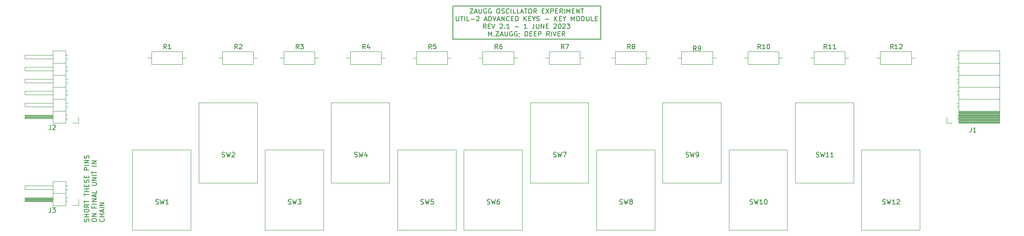
<source format=gto>
%TF.GenerationSoftware,KiCad,Pcbnew,7.0.3*%
%TF.CreationDate,2023-06-01T18:05:34-04:00*%
%TF.ProjectId,KeyModule,4b65794d-6f64-4756-9c65-2e6b69636164,rev?*%
%TF.SameCoordinates,Original*%
%TF.FileFunction,Legend,Top*%
%TF.FilePolarity,Positive*%
%FSLAX46Y46*%
G04 Gerber Fmt 4.6, Leading zero omitted, Abs format (unit mm)*
G04 Created by KiCad (PCBNEW 7.0.3) date 2023-06-01 18:05:34*
%MOMM*%
%LPD*%
G01*
G04 APERTURE LIST*
%ADD10C,0.150000*%
%ADD11C,0.120000*%
%ADD12C,1.000000*%
%ADD13C,1.524000*%
%ADD14R,1.700000X1.700000*%
%ADD15O,1.700000X1.700000*%
%ADD16C,1.600000*%
%ADD17O,1.600000X1.600000*%
G04 APERTURE END LIST*
D10*
X84500000Y-1000000D02*
X115750000Y-1000000D01*
X115750000Y-8000000D01*
X84500000Y-8000000D01*
X84500000Y-1000000D01*
X7602200Y-46710839D02*
X7649819Y-46567982D01*
X7649819Y-46567982D02*
X7649819Y-46329887D01*
X7649819Y-46329887D02*
X7602200Y-46234649D01*
X7602200Y-46234649D02*
X7554580Y-46187030D01*
X7554580Y-46187030D02*
X7459342Y-46139411D01*
X7459342Y-46139411D02*
X7364104Y-46139411D01*
X7364104Y-46139411D02*
X7268866Y-46187030D01*
X7268866Y-46187030D02*
X7221247Y-46234649D01*
X7221247Y-46234649D02*
X7173628Y-46329887D01*
X7173628Y-46329887D02*
X7126009Y-46520363D01*
X7126009Y-46520363D02*
X7078390Y-46615601D01*
X7078390Y-46615601D02*
X7030771Y-46663220D01*
X7030771Y-46663220D02*
X6935533Y-46710839D01*
X6935533Y-46710839D02*
X6840295Y-46710839D01*
X6840295Y-46710839D02*
X6745057Y-46663220D01*
X6745057Y-46663220D02*
X6697438Y-46615601D01*
X6697438Y-46615601D02*
X6649819Y-46520363D01*
X6649819Y-46520363D02*
X6649819Y-46282268D01*
X6649819Y-46282268D02*
X6697438Y-46139411D01*
X7649819Y-45710839D02*
X6649819Y-45710839D01*
X7126009Y-45710839D02*
X7126009Y-45139411D01*
X7649819Y-45139411D02*
X6649819Y-45139411D01*
X6649819Y-44472744D02*
X6649819Y-44282268D01*
X6649819Y-44282268D02*
X6697438Y-44187030D01*
X6697438Y-44187030D02*
X6792676Y-44091792D01*
X6792676Y-44091792D02*
X6983152Y-44044173D01*
X6983152Y-44044173D02*
X7316485Y-44044173D01*
X7316485Y-44044173D02*
X7506961Y-44091792D01*
X7506961Y-44091792D02*
X7602200Y-44187030D01*
X7602200Y-44187030D02*
X7649819Y-44282268D01*
X7649819Y-44282268D02*
X7649819Y-44472744D01*
X7649819Y-44472744D02*
X7602200Y-44567982D01*
X7602200Y-44567982D02*
X7506961Y-44663220D01*
X7506961Y-44663220D02*
X7316485Y-44710839D01*
X7316485Y-44710839D02*
X6983152Y-44710839D01*
X6983152Y-44710839D02*
X6792676Y-44663220D01*
X6792676Y-44663220D02*
X6697438Y-44567982D01*
X6697438Y-44567982D02*
X6649819Y-44472744D01*
X7649819Y-43044173D02*
X7173628Y-43377506D01*
X7649819Y-43615601D02*
X6649819Y-43615601D01*
X6649819Y-43615601D02*
X6649819Y-43234649D01*
X6649819Y-43234649D02*
X6697438Y-43139411D01*
X6697438Y-43139411D02*
X6745057Y-43091792D01*
X6745057Y-43091792D02*
X6840295Y-43044173D01*
X6840295Y-43044173D02*
X6983152Y-43044173D01*
X6983152Y-43044173D02*
X7078390Y-43091792D01*
X7078390Y-43091792D02*
X7126009Y-43139411D01*
X7126009Y-43139411D02*
X7173628Y-43234649D01*
X7173628Y-43234649D02*
X7173628Y-43615601D01*
X6649819Y-42758458D02*
X6649819Y-42187030D01*
X7649819Y-42472744D02*
X6649819Y-42472744D01*
X6649819Y-41234648D02*
X6649819Y-40663220D01*
X7649819Y-40948934D02*
X6649819Y-40948934D01*
X7649819Y-40329886D02*
X6649819Y-40329886D01*
X7126009Y-40329886D02*
X7126009Y-39758458D01*
X7649819Y-39758458D02*
X6649819Y-39758458D01*
X7126009Y-39282267D02*
X7126009Y-38948934D01*
X7649819Y-38806077D02*
X7649819Y-39282267D01*
X7649819Y-39282267D02*
X6649819Y-39282267D01*
X6649819Y-39282267D02*
X6649819Y-38806077D01*
X7602200Y-38425124D02*
X7649819Y-38282267D01*
X7649819Y-38282267D02*
X7649819Y-38044172D01*
X7649819Y-38044172D02*
X7602200Y-37948934D01*
X7602200Y-37948934D02*
X7554580Y-37901315D01*
X7554580Y-37901315D02*
X7459342Y-37853696D01*
X7459342Y-37853696D02*
X7364104Y-37853696D01*
X7364104Y-37853696D02*
X7268866Y-37901315D01*
X7268866Y-37901315D02*
X7221247Y-37948934D01*
X7221247Y-37948934D02*
X7173628Y-38044172D01*
X7173628Y-38044172D02*
X7126009Y-38234648D01*
X7126009Y-38234648D02*
X7078390Y-38329886D01*
X7078390Y-38329886D02*
X7030771Y-38377505D01*
X7030771Y-38377505D02*
X6935533Y-38425124D01*
X6935533Y-38425124D02*
X6840295Y-38425124D01*
X6840295Y-38425124D02*
X6745057Y-38377505D01*
X6745057Y-38377505D02*
X6697438Y-38329886D01*
X6697438Y-38329886D02*
X6649819Y-38234648D01*
X6649819Y-38234648D02*
X6649819Y-37996553D01*
X6649819Y-37996553D02*
X6697438Y-37853696D01*
X7126009Y-37425124D02*
X7126009Y-37091791D01*
X7649819Y-36948934D02*
X7649819Y-37425124D01*
X7649819Y-37425124D02*
X6649819Y-37425124D01*
X6649819Y-37425124D02*
X6649819Y-36948934D01*
X7649819Y-35758457D02*
X6649819Y-35758457D01*
X6649819Y-35758457D02*
X6649819Y-35377505D01*
X6649819Y-35377505D02*
X6697438Y-35282267D01*
X6697438Y-35282267D02*
X6745057Y-35234648D01*
X6745057Y-35234648D02*
X6840295Y-35187029D01*
X6840295Y-35187029D02*
X6983152Y-35187029D01*
X6983152Y-35187029D02*
X7078390Y-35234648D01*
X7078390Y-35234648D02*
X7126009Y-35282267D01*
X7126009Y-35282267D02*
X7173628Y-35377505D01*
X7173628Y-35377505D02*
X7173628Y-35758457D01*
X7649819Y-34758457D02*
X6649819Y-34758457D01*
X7649819Y-34282267D02*
X6649819Y-34282267D01*
X6649819Y-34282267D02*
X7649819Y-33710839D01*
X7649819Y-33710839D02*
X6649819Y-33710839D01*
X7602200Y-33282267D02*
X7649819Y-33139410D01*
X7649819Y-33139410D02*
X7649819Y-32901315D01*
X7649819Y-32901315D02*
X7602200Y-32806077D01*
X7602200Y-32806077D02*
X7554580Y-32758458D01*
X7554580Y-32758458D02*
X7459342Y-32710839D01*
X7459342Y-32710839D02*
X7364104Y-32710839D01*
X7364104Y-32710839D02*
X7268866Y-32758458D01*
X7268866Y-32758458D02*
X7221247Y-32806077D01*
X7221247Y-32806077D02*
X7173628Y-32901315D01*
X7173628Y-32901315D02*
X7126009Y-33091791D01*
X7126009Y-33091791D02*
X7078390Y-33187029D01*
X7078390Y-33187029D02*
X7030771Y-33234648D01*
X7030771Y-33234648D02*
X6935533Y-33282267D01*
X6935533Y-33282267D02*
X6840295Y-33282267D01*
X6840295Y-33282267D02*
X6745057Y-33234648D01*
X6745057Y-33234648D02*
X6697438Y-33187029D01*
X6697438Y-33187029D02*
X6649819Y-33091791D01*
X6649819Y-33091791D02*
X6649819Y-32853696D01*
X6649819Y-32853696D02*
X6697438Y-32710839D01*
X8259819Y-46472744D02*
X8259819Y-46282268D01*
X8259819Y-46282268D02*
X8307438Y-46187030D01*
X8307438Y-46187030D02*
X8402676Y-46091792D01*
X8402676Y-46091792D02*
X8593152Y-46044173D01*
X8593152Y-46044173D02*
X8926485Y-46044173D01*
X8926485Y-46044173D02*
X9116961Y-46091792D01*
X9116961Y-46091792D02*
X9212200Y-46187030D01*
X9212200Y-46187030D02*
X9259819Y-46282268D01*
X9259819Y-46282268D02*
X9259819Y-46472744D01*
X9259819Y-46472744D02*
X9212200Y-46567982D01*
X9212200Y-46567982D02*
X9116961Y-46663220D01*
X9116961Y-46663220D02*
X8926485Y-46710839D01*
X8926485Y-46710839D02*
X8593152Y-46710839D01*
X8593152Y-46710839D02*
X8402676Y-46663220D01*
X8402676Y-46663220D02*
X8307438Y-46567982D01*
X8307438Y-46567982D02*
X8259819Y-46472744D01*
X9259819Y-45615601D02*
X8259819Y-45615601D01*
X8259819Y-45615601D02*
X9259819Y-45044173D01*
X9259819Y-45044173D02*
X8259819Y-45044173D01*
X8736009Y-43472744D02*
X8736009Y-43806077D01*
X9259819Y-43806077D02*
X8259819Y-43806077D01*
X8259819Y-43806077D02*
X8259819Y-43329887D01*
X9259819Y-42948934D02*
X8259819Y-42948934D01*
X9259819Y-42472744D02*
X8259819Y-42472744D01*
X8259819Y-42472744D02*
X9259819Y-41901316D01*
X9259819Y-41901316D02*
X8259819Y-41901316D01*
X8974104Y-41472744D02*
X8974104Y-40996554D01*
X9259819Y-41567982D02*
X8259819Y-41234649D01*
X8259819Y-41234649D02*
X9259819Y-40901316D01*
X9259819Y-40091792D02*
X9259819Y-40567982D01*
X9259819Y-40567982D02*
X8259819Y-40567982D01*
X8259819Y-38996553D02*
X9069342Y-38996553D01*
X9069342Y-38996553D02*
X9164580Y-38948934D01*
X9164580Y-38948934D02*
X9212200Y-38901315D01*
X9212200Y-38901315D02*
X9259819Y-38806077D01*
X9259819Y-38806077D02*
X9259819Y-38615601D01*
X9259819Y-38615601D02*
X9212200Y-38520363D01*
X9212200Y-38520363D02*
X9164580Y-38472744D01*
X9164580Y-38472744D02*
X9069342Y-38425125D01*
X9069342Y-38425125D02*
X8259819Y-38425125D01*
X9259819Y-37948934D02*
X8259819Y-37948934D01*
X8259819Y-37948934D02*
X9259819Y-37377506D01*
X9259819Y-37377506D02*
X8259819Y-37377506D01*
X9259819Y-36901315D02*
X8259819Y-36901315D01*
X8259819Y-36567982D02*
X8259819Y-35996554D01*
X9259819Y-36282268D02*
X8259819Y-36282268D01*
X9259819Y-34901315D02*
X8259819Y-34901315D01*
X9259819Y-34425125D02*
X8259819Y-34425125D01*
X8259819Y-34425125D02*
X9259819Y-33853697D01*
X9259819Y-33853697D02*
X8259819Y-33853697D01*
X10774580Y-46091792D02*
X10822200Y-46139411D01*
X10822200Y-46139411D02*
X10869819Y-46282268D01*
X10869819Y-46282268D02*
X10869819Y-46377506D01*
X10869819Y-46377506D02*
X10822200Y-46520363D01*
X10822200Y-46520363D02*
X10726961Y-46615601D01*
X10726961Y-46615601D02*
X10631723Y-46663220D01*
X10631723Y-46663220D02*
X10441247Y-46710839D01*
X10441247Y-46710839D02*
X10298390Y-46710839D01*
X10298390Y-46710839D02*
X10107914Y-46663220D01*
X10107914Y-46663220D02*
X10012676Y-46615601D01*
X10012676Y-46615601D02*
X9917438Y-46520363D01*
X9917438Y-46520363D02*
X9869819Y-46377506D01*
X9869819Y-46377506D02*
X9869819Y-46282268D01*
X9869819Y-46282268D02*
X9917438Y-46139411D01*
X9917438Y-46139411D02*
X9965057Y-46091792D01*
X10869819Y-45663220D02*
X9869819Y-45663220D01*
X10346009Y-45663220D02*
X10346009Y-45091792D01*
X10869819Y-45091792D02*
X9869819Y-45091792D01*
X10584104Y-44663220D02*
X10584104Y-44187030D01*
X10869819Y-44758458D02*
X9869819Y-44425125D01*
X9869819Y-44425125D02*
X10869819Y-44091792D01*
X10869819Y-43758458D02*
X9869819Y-43758458D01*
X10869819Y-43282268D02*
X9869819Y-43282268D01*
X9869819Y-43282268D02*
X10869819Y-42710840D01*
X10869819Y-42710840D02*
X9869819Y-42710840D01*
X88122493Y-1539819D02*
X88789159Y-1539819D01*
X88789159Y-1539819D02*
X88122493Y-2539819D01*
X88122493Y-2539819D02*
X88789159Y-2539819D01*
X89122493Y-2254104D02*
X89598683Y-2254104D01*
X89027255Y-2539819D02*
X89360588Y-1539819D01*
X89360588Y-1539819D02*
X89693921Y-2539819D01*
X90027255Y-1539819D02*
X90027255Y-2349342D01*
X90027255Y-2349342D02*
X90074874Y-2444580D01*
X90074874Y-2444580D02*
X90122493Y-2492200D01*
X90122493Y-2492200D02*
X90217731Y-2539819D01*
X90217731Y-2539819D02*
X90408207Y-2539819D01*
X90408207Y-2539819D02*
X90503445Y-2492200D01*
X90503445Y-2492200D02*
X90551064Y-2444580D01*
X90551064Y-2444580D02*
X90598683Y-2349342D01*
X90598683Y-2349342D02*
X90598683Y-1539819D01*
X91598683Y-1587438D02*
X91503445Y-1539819D01*
X91503445Y-1539819D02*
X91360588Y-1539819D01*
X91360588Y-1539819D02*
X91217731Y-1587438D01*
X91217731Y-1587438D02*
X91122493Y-1682676D01*
X91122493Y-1682676D02*
X91074874Y-1777914D01*
X91074874Y-1777914D02*
X91027255Y-1968390D01*
X91027255Y-1968390D02*
X91027255Y-2111247D01*
X91027255Y-2111247D02*
X91074874Y-2301723D01*
X91074874Y-2301723D02*
X91122493Y-2396961D01*
X91122493Y-2396961D02*
X91217731Y-2492200D01*
X91217731Y-2492200D02*
X91360588Y-2539819D01*
X91360588Y-2539819D02*
X91455826Y-2539819D01*
X91455826Y-2539819D02*
X91598683Y-2492200D01*
X91598683Y-2492200D02*
X91646302Y-2444580D01*
X91646302Y-2444580D02*
X91646302Y-2111247D01*
X91646302Y-2111247D02*
X91455826Y-2111247D01*
X92598683Y-1587438D02*
X92503445Y-1539819D01*
X92503445Y-1539819D02*
X92360588Y-1539819D01*
X92360588Y-1539819D02*
X92217731Y-1587438D01*
X92217731Y-1587438D02*
X92122493Y-1682676D01*
X92122493Y-1682676D02*
X92074874Y-1777914D01*
X92074874Y-1777914D02*
X92027255Y-1968390D01*
X92027255Y-1968390D02*
X92027255Y-2111247D01*
X92027255Y-2111247D02*
X92074874Y-2301723D01*
X92074874Y-2301723D02*
X92122493Y-2396961D01*
X92122493Y-2396961D02*
X92217731Y-2492200D01*
X92217731Y-2492200D02*
X92360588Y-2539819D01*
X92360588Y-2539819D02*
X92455826Y-2539819D01*
X92455826Y-2539819D02*
X92598683Y-2492200D01*
X92598683Y-2492200D02*
X92646302Y-2444580D01*
X92646302Y-2444580D02*
X92646302Y-2111247D01*
X92646302Y-2111247D02*
X92455826Y-2111247D01*
X94027255Y-1539819D02*
X94217731Y-1539819D01*
X94217731Y-1539819D02*
X94312969Y-1587438D01*
X94312969Y-1587438D02*
X94408207Y-1682676D01*
X94408207Y-1682676D02*
X94455826Y-1873152D01*
X94455826Y-1873152D02*
X94455826Y-2206485D01*
X94455826Y-2206485D02*
X94408207Y-2396961D01*
X94408207Y-2396961D02*
X94312969Y-2492200D01*
X94312969Y-2492200D02*
X94217731Y-2539819D01*
X94217731Y-2539819D02*
X94027255Y-2539819D01*
X94027255Y-2539819D02*
X93932017Y-2492200D01*
X93932017Y-2492200D02*
X93836779Y-2396961D01*
X93836779Y-2396961D02*
X93789160Y-2206485D01*
X93789160Y-2206485D02*
X93789160Y-1873152D01*
X93789160Y-1873152D02*
X93836779Y-1682676D01*
X93836779Y-1682676D02*
X93932017Y-1587438D01*
X93932017Y-1587438D02*
X94027255Y-1539819D01*
X94836779Y-2492200D02*
X94979636Y-2539819D01*
X94979636Y-2539819D02*
X95217731Y-2539819D01*
X95217731Y-2539819D02*
X95312969Y-2492200D01*
X95312969Y-2492200D02*
X95360588Y-2444580D01*
X95360588Y-2444580D02*
X95408207Y-2349342D01*
X95408207Y-2349342D02*
X95408207Y-2254104D01*
X95408207Y-2254104D02*
X95360588Y-2158866D01*
X95360588Y-2158866D02*
X95312969Y-2111247D01*
X95312969Y-2111247D02*
X95217731Y-2063628D01*
X95217731Y-2063628D02*
X95027255Y-2016009D01*
X95027255Y-2016009D02*
X94932017Y-1968390D01*
X94932017Y-1968390D02*
X94884398Y-1920771D01*
X94884398Y-1920771D02*
X94836779Y-1825533D01*
X94836779Y-1825533D02*
X94836779Y-1730295D01*
X94836779Y-1730295D02*
X94884398Y-1635057D01*
X94884398Y-1635057D02*
X94932017Y-1587438D01*
X94932017Y-1587438D02*
X95027255Y-1539819D01*
X95027255Y-1539819D02*
X95265350Y-1539819D01*
X95265350Y-1539819D02*
X95408207Y-1587438D01*
X96408207Y-2444580D02*
X96360588Y-2492200D01*
X96360588Y-2492200D02*
X96217731Y-2539819D01*
X96217731Y-2539819D02*
X96122493Y-2539819D01*
X96122493Y-2539819D02*
X95979636Y-2492200D01*
X95979636Y-2492200D02*
X95884398Y-2396961D01*
X95884398Y-2396961D02*
X95836779Y-2301723D01*
X95836779Y-2301723D02*
X95789160Y-2111247D01*
X95789160Y-2111247D02*
X95789160Y-1968390D01*
X95789160Y-1968390D02*
X95836779Y-1777914D01*
X95836779Y-1777914D02*
X95884398Y-1682676D01*
X95884398Y-1682676D02*
X95979636Y-1587438D01*
X95979636Y-1587438D02*
X96122493Y-1539819D01*
X96122493Y-1539819D02*
X96217731Y-1539819D01*
X96217731Y-1539819D02*
X96360588Y-1587438D01*
X96360588Y-1587438D02*
X96408207Y-1635057D01*
X96836779Y-2539819D02*
X96836779Y-1539819D01*
X97789159Y-2539819D02*
X97312969Y-2539819D01*
X97312969Y-2539819D02*
X97312969Y-1539819D01*
X98598683Y-2539819D02*
X98122493Y-2539819D01*
X98122493Y-2539819D02*
X98122493Y-1539819D01*
X98884398Y-2254104D02*
X99360588Y-2254104D01*
X98789160Y-2539819D02*
X99122493Y-1539819D01*
X99122493Y-1539819D02*
X99455826Y-2539819D01*
X99646303Y-1539819D02*
X100217731Y-1539819D01*
X99932017Y-2539819D02*
X99932017Y-1539819D01*
X100741541Y-1539819D02*
X100932017Y-1539819D01*
X100932017Y-1539819D02*
X101027255Y-1587438D01*
X101027255Y-1587438D02*
X101122493Y-1682676D01*
X101122493Y-1682676D02*
X101170112Y-1873152D01*
X101170112Y-1873152D02*
X101170112Y-2206485D01*
X101170112Y-2206485D02*
X101122493Y-2396961D01*
X101122493Y-2396961D02*
X101027255Y-2492200D01*
X101027255Y-2492200D02*
X100932017Y-2539819D01*
X100932017Y-2539819D02*
X100741541Y-2539819D01*
X100741541Y-2539819D02*
X100646303Y-2492200D01*
X100646303Y-2492200D02*
X100551065Y-2396961D01*
X100551065Y-2396961D02*
X100503446Y-2206485D01*
X100503446Y-2206485D02*
X100503446Y-1873152D01*
X100503446Y-1873152D02*
X100551065Y-1682676D01*
X100551065Y-1682676D02*
X100646303Y-1587438D01*
X100646303Y-1587438D02*
X100741541Y-1539819D01*
X102170112Y-2539819D02*
X101836779Y-2063628D01*
X101598684Y-2539819D02*
X101598684Y-1539819D01*
X101598684Y-1539819D02*
X101979636Y-1539819D01*
X101979636Y-1539819D02*
X102074874Y-1587438D01*
X102074874Y-1587438D02*
X102122493Y-1635057D01*
X102122493Y-1635057D02*
X102170112Y-1730295D01*
X102170112Y-1730295D02*
X102170112Y-1873152D01*
X102170112Y-1873152D02*
X102122493Y-1968390D01*
X102122493Y-1968390D02*
X102074874Y-2016009D01*
X102074874Y-2016009D02*
X101979636Y-2063628D01*
X101979636Y-2063628D02*
X101598684Y-2063628D01*
X103360589Y-2016009D02*
X103693922Y-2016009D01*
X103836779Y-2539819D02*
X103360589Y-2539819D01*
X103360589Y-2539819D02*
X103360589Y-1539819D01*
X103360589Y-1539819D02*
X103836779Y-1539819D01*
X104170113Y-1539819D02*
X104836779Y-2539819D01*
X104836779Y-1539819D02*
X104170113Y-2539819D01*
X105217732Y-2539819D02*
X105217732Y-1539819D01*
X105217732Y-1539819D02*
X105598684Y-1539819D01*
X105598684Y-1539819D02*
X105693922Y-1587438D01*
X105693922Y-1587438D02*
X105741541Y-1635057D01*
X105741541Y-1635057D02*
X105789160Y-1730295D01*
X105789160Y-1730295D02*
X105789160Y-1873152D01*
X105789160Y-1873152D02*
X105741541Y-1968390D01*
X105741541Y-1968390D02*
X105693922Y-2016009D01*
X105693922Y-2016009D02*
X105598684Y-2063628D01*
X105598684Y-2063628D02*
X105217732Y-2063628D01*
X106217732Y-2016009D02*
X106551065Y-2016009D01*
X106693922Y-2539819D02*
X106217732Y-2539819D01*
X106217732Y-2539819D02*
X106217732Y-1539819D01*
X106217732Y-1539819D02*
X106693922Y-1539819D01*
X107693922Y-2539819D02*
X107360589Y-2063628D01*
X107122494Y-2539819D02*
X107122494Y-1539819D01*
X107122494Y-1539819D02*
X107503446Y-1539819D01*
X107503446Y-1539819D02*
X107598684Y-1587438D01*
X107598684Y-1587438D02*
X107646303Y-1635057D01*
X107646303Y-1635057D02*
X107693922Y-1730295D01*
X107693922Y-1730295D02*
X107693922Y-1873152D01*
X107693922Y-1873152D02*
X107646303Y-1968390D01*
X107646303Y-1968390D02*
X107598684Y-2016009D01*
X107598684Y-2016009D02*
X107503446Y-2063628D01*
X107503446Y-2063628D02*
X107122494Y-2063628D01*
X108122494Y-2539819D02*
X108122494Y-1539819D01*
X108598684Y-2539819D02*
X108598684Y-1539819D01*
X108598684Y-1539819D02*
X108932017Y-2254104D01*
X108932017Y-2254104D02*
X109265350Y-1539819D01*
X109265350Y-1539819D02*
X109265350Y-2539819D01*
X109741541Y-2016009D02*
X110074874Y-2016009D01*
X110217731Y-2539819D02*
X109741541Y-2539819D01*
X109741541Y-2539819D02*
X109741541Y-1539819D01*
X109741541Y-1539819D02*
X110217731Y-1539819D01*
X110646303Y-2539819D02*
X110646303Y-1539819D01*
X110646303Y-1539819D02*
X111217731Y-2539819D01*
X111217731Y-2539819D02*
X111217731Y-1539819D01*
X111551065Y-1539819D02*
X112122493Y-1539819D01*
X111836779Y-2539819D02*
X111836779Y-1539819D01*
X85193921Y-3149819D02*
X85193921Y-3959342D01*
X85193921Y-3959342D02*
X85241540Y-4054580D01*
X85241540Y-4054580D02*
X85289159Y-4102200D01*
X85289159Y-4102200D02*
X85384397Y-4149819D01*
X85384397Y-4149819D02*
X85574873Y-4149819D01*
X85574873Y-4149819D02*
X85670111Y-4102200D01*
X85670111Y-4102200D02*
X85717730Y-4054580D01*
X85717730Y-4054580D02*
X85765349Y-3959342D01*
X85765349Y-3959342D02*
X85765349Y-3149819D01*
X86098683Y-3149819D02*
X86670111Y-3149819D01*
X86384397Y-4149819D02*
X86384397Y-3149819D01*
X87003445Y-4149819D02*
X87003445Y-3149819D01*
X87955825Y-4149819D02*
X87479635Y-4149819D01*
X87479635Y-4149819D02*
X87479635Y-3149819D01*
X88289159Y-3768866D02*
X89051064Y-3768866D01*
X89479635Y-3245057D02*
X89527254Y-3197438D01*
X89527254Y-3197438D02*
X89622492Y-3149819D01*
X89622492Y-3149819D02*
X89860587Y-3149819D01*
X89860587Y-3149819D02*
X89955825Y-3197438D01*
X89955825Y-3197438D02*
X90003444Y-3245057D01*
X90003444Y-3245057D02*
X90051063Y-3340295D01*
X90051063Y-3340295D02*
X90051063Y-3435533D01*
X90051063Y-3435533D02*
X90003444Y-3578390D01*
X90003444Y-3578390D02*
X89432016Y-4149819D01*
X89432016Y-4149819D02*
X90051063Y-4149819D01*
X91193921Y-3864104D02*
X91670111Y-3864104D01*
X91098683Y-4149819D02*
X91432016Y-3149819D01*
X91432016Y-3149819D02*
X91765349Y-4149819D01*
X92098683Y-4149819D02*
X92098683Y-3149819D01*
X92098683Y-3149819D02*
X92336778Y-3149819D01*
X92336778Y-3149819D02*
X92479635Y-3197438D01*
X92479635Y-3197438D02*
X92574873Y-3292676D01*
X92574873Y-3292676D02*
X92622492Y-3387914D01*
X92622492Y-3387914D02*
X92670111Y-3578390D01*
X92670111Y-3578390D02*
X92670111Y-3721247D01*
X92670111Y-3721247D02*
X92622492Y-3911723D01*
X92622492Y-3911723D02*
X92574873Y-4006961D01*
X92574873Y-4006961D02*
X92479635Y-4102200D01*
X92479635Y-4102200D02*
X92336778Y-4149819D01*
X92336778Y-4149819D02*
X92098683Y-4149819D01*
X92955826Y-3149819D02*
X93289159Y-4149819D01*
X93289159Y-4149819D02*
X93622492Y-3149819D01*
X93908207Y-3864104D02*
X94384397Y-3864104D01*
X93812969Y-4149819D02*
X94146302Y-3149819D01*
X94146302Y-3149819D02*
X94479635Y-4149819D01*
X94812969Y-4149819D02*
X94812969Y-3149819D01*
X94812969Y-3149819D02*
X95384397Y-4149819D01*
X95384397Y-4149819D02*
X95384397Y-3149819D01*
X96432016Y-4054580D02*
X96384397Y-4102200D01*
X96384397Y-4102200D02*
X96241540Y-4149819D01*
X96241540Y-4149819D02*
X96146302Y-4149819D01*
X96146302Y-4149819D02*
X96003445Y-4102200D01*
X96003445Y-4102200D02*
X95908207Y-4006961D01*
X95908207Y-4006961D02*
X95860588Y-3911723D01*
X95860588Y-3911723D02*
X95812969Y-3721247D01*
X95812969Y-3721247D02*
X95812969Y-3578390D01*
X95812969Y-3578390D02*
X95860588Y-3387914D01*
X95860588Y-3387914D02*
X95908207Y-3292676D01*
X95908207Y-3292676D02*
X96003445Y-3197438D01*
X96003445Y-3197438D02*
X96146302Y-3149819D01*
X96146302Y-3149819D02*
X96241540Y-3149819D01*
X96241540Y-3149819D02*
X96384397Y-3197438D01*
X96384397Y-3197438D02*
X96432016Y-3245057D01*
X96860588Y-3626009D02*
X97193921Y-3626009D01*
X97336778Y-4149819D02*
X96860588Y-4149819D01*
X96860588Y-4149819D02*
X96860588Y-3149819D01*
X96860588Y-3149819D02*
X97336778Y-3149819D01*
X97765350Y-4149819D02*
X97765350Y-3149819D01*
X97765350Y-3149819D02*
X98003445Y-3149819D01*
X98003445Y-3149819D02*
X98146302Y-3197438D01*
X98146302Y-3197438D02*
X98241540Y-3292676D01*
X98241540Y-3292676D02*
X98289159Y-3387914D01*
X98289159Y-3387914D02*
X98336778Y-3578390D01*
X98336778Y-3578390D02*
X98336778Y-3721247D01*
X98336778Y-3721247D02*
X98289159Y-3911723D01*
X98289159Y-3911723D02*
X98241540Y-4006961D01*
X98241540Y-4006961D02*
X98146302Y-4102200D01*
X98146302Y-4102200D02*
X98003445Y-4149819D01*
X98003445Y-4149819D02*
X97765350Y-4149819D01*
X99527255Y-4149819D02*
X99527255Y-3149819D01*
X100098683Y-4149819D02*
X99670112Y-3578390D01*
X100098683Y-3149819D02*
X99527255Y-3721247D01*
X100527255Y-3626009D02*
X100860588Y-3626009D01*
X101003445Y-4149819D02*
X100527255Y-4149819D01*
X100527255Y-4149819D02*
X100527255Y-3149819D01*
X100527255Y-3149819D02*
X101003445Y-3149819D01*
X101622493Y-3673628D02*
X101622493Y-4149819D01*
X101289160Y-3149819D02*
X101622493Y-3673628D01*
X101622493Y-3673628D02*
X101955826Y-3149819D01*
X102241541Y-4102200D02*
X102384398Y-4149819D01*
X102384398Y-4149819D02*
X102622493Y-4149819D01*
X102622493Y-4149819D02*
X102717731Y-4102200D01*
X102717731Y-4102200D02*
X102765350Y-4054580D01*
X102765350Y-4054580D02*
X102812969Y-3959342D01*
X102812969Y-3959342D02*
X102812969Y-3864104D01*
X102812969Y-3864104D02*
X102765350Y-3768866D01*
X102765350Y-3768866D02*
X102717731Y-3721247D01*
X102717731Y-3721247D02*
X102622493Y-3673628D01*
X102622493Y-3673628D02*
X102432017Y-3626009D01*
X102432017Y-3626009D02*
X102336779Y-3578390D01*
X102336779Y-3578390D02*
X102289160Y-3530771D01*
X102289160Y-3530771D02*
X102241541Y-3435533D01*
X102241541Y-3435533D02*
X102241541Y-3340295D01*
X102241541Y-3340295D02*
X102289160Y-3245057D01*
X102289160Y-3245057D02*
X102336779Y-3197438D01*
X102336779Y-3197438D02*
X102432017Y-3149819D01*
X102432017Y-3149819D02*
X102670112Y-3149819D01*
X102670112Y-3149819D02*
X102812969Y-3197438D01*
X104003446Y-3768866D02*
X104765351Y-3768866D01*
X106003446Y-4149819D02*
X106003446Y-3149819D01*
X106574874Y-4149819D02*
X106146303Y-3578390D01*
X106574874Y-3149819D02*
X106003446Y-3721247D01*
X107003446Y-3626009D02*
X107336779Y-3626009D01*
X107479636Y-4149819D02*
X107003446Y-4149819D01*
X107003446Y-4149819D02*
X107003446Y-3149819D01*
X107003446Y-3149819D02*
X107479636Y-3149819D01*
X108098684Y-3673628D02*
X108098684Y-4149819D01*
X107765351Y-3149819D02*
X108098684Y-3673628D01*
X108098684Y-3673628D02*
X108432017Y-3149819D01*
X109527256Y-4149819D02*
X109527256Y-3149819D01*
X109527256Y-3149819D02*
X109860589Y-3864104D01*
X109860589Y-3864104D02*
X110193922Y-3149819D01*
X110193922Y-3149819D02*
X110193922Y-4149819D01*
X110860589Y-3149819D02*
X111051065Y-3149819D01*
X111051065Y-3149819D02*
X111146303Y-3197438D01*
X111146303Y-3197438D02*
X111241541Y-3292676D01*
X111241541Y-3292676D02*
X111289160Y-3483152D01*
X111289160Y-3483152D02*
X111289160Y-3816485D01*
X111289160Y-3816485D02*
X111241541Y-4006961D01*
X111241541Y-4006961D02*
X111146303Y-4102200D01*
X111146303Y-4102200D02*
X111051065Y-4149819D01*
X111051065Y-4149819D02*
X110860589Y-4149819D01*
X110860589Y-4149819D02*
X110765351Y-4102200D01*
X110765351Y-4102200D02*
X110670113Y-4006961D01*
X110670113Y-4006961D02*
X110622494Y-3816485D01*
X110622494Y-3816485D02*
X110622494Y-3483152D01*
X110622494Y-3483152D02*
X110670113Y-3292676D01*
X110670113Y-3292676D02*
X110765351Y-3197438D01*
X110765351Y-3197438D02*
X110860589Y-3149819D01*
X111717732Y-4149819D02*
X111717732Y-3149819D01*
X111717732Y-3149819D02*
X111955827Y-3149819D01*
X111955827Y-3149819D02*
X112098684Y-3197438D01*
X112098684Y-3197438D02*
X112193922Y-3292676D01*
X112193922Y-3292676D02*
X112241541Y-3387914D01*
X112241541Y-3387914D02*
X112289160Y-3578390D01*
X112289160Y-3578390D02*
X112289160Y-3721247D01*
X112289160Y-3721247D02*
X112241541Y-3911723D01*
X112241541Y-3911723D02*
X112193922Y-4006961D01*
X112193922Y-4006961D02*
X112098684Y-4102200D01*
X112098684Y-4102200D02*
X111955827Y-4149819D01*
X111955827Y-4149819D02*
X111717732Y-4149819D01*
X112717732Y-3149819D02*
X112717732Y-3959342D01*
X112717732Y-3959342D02*
X112765351Y-4054580D01*
X112765351Y-4054580D02*
X112812970Y-4102200D01*
X112812970Y-4102200D02*
X112908208Y-4149819D01*
X112908208Y-4149819D02*
X113098684Y-4149819D01*
X113098684Y-4149819D02*
X113193922Y-4102200D01*
X113193922Y-4102200D02*
X113241541Y-4054580D01*
X113241541Y-4054580D02*
X113289160Y-3959342D01*
X113289160Y-3959342D02*
X113289160Y-3149819D01*
X114241541Y-4149819D02*
X113765351Y-4149819D01*
X113765351Y-4149819D02*
X113765351Y-3149819D01*
X114574875Y-3626009D02*
X114908208Y-3626009D01*
X115051065Y-4149819D02*
X114574875Y-4149819D01*
X114574875Y-4149819D02*
X114574875Y-3149819D01*
X114574875Y-3149819D02*
X115051065Y-3149819D01*
X91551064Y-5759819D02*
X91217731Y-5283628D01*
X90979636Y-5759819D02*
X90979636Y-4759819D01*
X90979636Y-4759819D02*
X91360588Y-4759819D01*
X91360588Y-4759819D02*
X91455826Y-4807438D01*
X91455826Y-4807438D02*
X91503445Y-4855057D01*
X91503445Y-4855057D02*
X91551064Y-4950295D01*
X91551064Y-4950295D02*
X91551064Y-5093152D01*
X91551064Y-5093152D02*
X91503445Y-5188390D01*
X91503445Y-5188390D02*
X91455826Y-5236009D01*
X91455826Y-5236009D02*
X91360588Y-5283628D01*
X91360588Y-5283628D02*
X90979636Y-5283628D01*
X91979636Y-5236009D02*
X92312969Y-5236009D01*
X92455826Y-5759819D02*
X91979636Y-5759819D01*
X91979636Y-5759819D02*
X91979636Y-4759819D01*
X91979636Y-4759819D02*
X92455826Y-4759819D01*
X92741541Y-4759819D02*
X93074874Y-5759819D01*
X93074874Y-5759819D02*
X93408207Y-4759819D01*
X94455827Y-4855057D02*
X94503446Y-4807438D01*
X94503446Y-4807438D02*
X94598684Y-4759819D01*
X94598684Y-4759819D02*
X94836779Y-4759819D01*
X94836779Y-4759819D02*
X94932017Y-4807438D01*
X94932017Y-4807438D02*
X94979636Y-4855057D01*
X94979636Y-4855057D02*
X95027255Y-4950295D01*
X95027255Y-4950295D02*
X95027255Y-5045533D01*
X95027255Y-5045533D02*
X94979636Y-5188390D01*
X94979636Y-5188390D02*
X94408208Y-5759819D01*
X94408208Y-5759819D02*
X95027255Y-5759819D01*
X95455827Y-5664580D02*
X95503446Y-5712200D01*
X95503446Y-5712200D02*
X95455827Y-5759819D01*
X95455827Y-5759819D02*
X95408208Y-5712200D01*
X95408208Y-5712200D02*
X95455827Y-5664580D01*
X95455827Y-5664580D02*
X95455827Y-5759819D01*
X96455826Y-5759819D02*
X95884398Y-5759819D01*
X96170112Y-5759819D02*
X96170112Y-4759819D01*
X96170112Y-4759819D02*
X96074874Y-4902676D01*
X96074874Y-4902676D02*
X95979636Y-4997914D01*
X95979636Y-4997914D02*
X95884398Y-5045533D01*
X97646303Y-5378866D02*
X98408208Y-5378866D01*
X100170112Y-5759819D02*
X99598684Y-5759819D01*
X99884398Y-5759819D02*
X99884398Y-4759819D01*
X99884398Y-4759819D02*
X99789160Y-4902676D01*
X99789160Y-4902676D02*
X99693922Y-4997914D01*
X99693922Y-4997914D02*
X99598684Y-5045533D01*
X101646303Y-4759819D02*
X101646303Y-5474104D01*
X101646303Y-5474104D02*
X101598684Y-5616961D01*
X101598684Y-5616961D02*
X101503446Y-5712200D01*
X101503446Y-5712200D02*
X101360589Y-5759819D01*
X101360589Y-5759819D02*
X101265351Y-5759819D01*
X102122494Y-4759819D02*
X102122494Y-5569342D01*
X102122494Y-5569342D02*
X102170113Y-5664580D01*
X102170113Y-5664580D02*
X102217732Y-5712200D01*
X102217732Y-5712200D02*
X102312970Y-5759819D01*
X102312970Y-5759819D02*
X102503446Y-5759819D01*
X102503446Y-5759819D02*
X102598684Y-5712200D01*
X102598684Y-5712200D02*
X102646303Y-5664580D01*
X102646303Y-5664580D02*
X102693922Y-5569342D01*
X102693922Y-5569342D02*
X102693922Y-4759819D01*
X103170113Y-5759819D02*
X103170113Y-4759819D01*
X103170113Y-4759819D02*
X103741541Y-5759819D01*
X103741541Y-5759819D02*
X103741541Y-4759819D01*
X104217732Y-5236009D02*
X104551065Y-5236009D01*
X104693922Y-5759819D02*
X104217732Y-5759819D01*
X104217732Y-5759819D02*
X104217732Y-4759819D01*
X104217732Y-4759819D02*
X104693922Y-4759819D01*
X105836780Y-4855057D02*
X105884399Y-4807438D01*
X105884399Y-4807438D02*
X105979637Y-4759819D01*
X105979637Y-4759819D02*
X106217732Y-4759819D01*
X106217732Y-4759819D02*
X106312970Y-4807438D01*
X106312970Y-4807438D02*
X106360589Y-4855057D01*
X106360589Y-4855057D02*
X106408208Y-4950295D01*
X106408208Y-4950295D02*
X106408208Y-5045533D01*
X106408208Y-5045533D02*
X106360589Y-5188390D01*
X106360589Y-5188390D02*
X105789161Y-5759819D01*
X105789161Y-5759819D02*
X106408208Y-5759819D01*
X107027256Y-4759819D02*
X107122494Y-4759819D01*
X107122494Y-4759819D02*
X107217732Y-4807438D01*
X107217732Y-4807438D02*
X107265351Y-4855057D01*
X107265351Y-4855057D02*
X107312970Y-4950295D01*
X107312970Y-4950295D02*
X107360589Y-5140771D01*
X107360589Y-5140771D02*
X107360589Y-5378866D01*
X107360589Y-5378866D02*
X107312970Y-5569342D01*
X107312970Y-5569342D02*
X107265351Y-5664580D01*
X107265351Y-5664580D02*
X107217732Y-5712200D01*
X107217732Y-5712200D02*
X107122494Y-5759819D01*
X107122494Y-5759819D02*
X107027256Y-5759819D01*
X107027256Y-5759819D02*
X106932018Y-5712200D01*
X106932018Y-5712200D02*
X106884399Y-5664580D01*
X106884399Y-5664580D02*
X106836780Y-5569342D01*
X106836780Y-5569342D02*
X106789161Y-5378866D01*
X106789161Y-5378866D02*
X106789161Y-5140771D01*
X106789161Y-5140771D02*
X106836780Y-4950295D01*
X106836780Y-4950295D02*
X106884399Y-4855057D01*
X106884399Y-4855057D02*
X106932018Y-4807438D01*
X106932018Y-4807438D02*
X107027256Y-4759819D01*
X107741542Y-4855057D02*
X107789161Y-4807438D01*
X107789161Y-4807438D02*
X107884399Y-4759819D01*
X107884399Y-4759819D02*
X108122494Y-4759819D01*
X108122494Y-4759819D02*
X108217732Y-4807438D01*
X108217732Y-4807438D02*
X108265351Y-4855057D01*
X108265351Y-4855057D02*
X108312970Y-4950295D01*
X108312970Y-4950295D02*
X108312970Y-5045533D01*
X108312970Y-5045533D02*
X108265351Y-5188390D01*
X108265351Y-5188390D02*
X107693923Y-5759819D01*
X107693923Y-5759819D02*
X108312970Y-5759819D01*
X108646304Y-4759819D02*
X109265351Y-4759819D01*
X109265351Y-4759819D02*
X108932018Y-5140771D01*
X108932018Y-5140771D02*
X109074875Y-5140771D01*
X109074875Y-5140771D02*
X109170113Y-5188390D01*
X109170113Y-5188390D02*
X109217732Y-5236009D01*
X109217732Y-5236009D02*
X109265351Y-5331247D01*
X109265351Y-5331247D02*
X109265351Y-5569342D01*
X109265351Y-5569342D02*
X109217732Y-5664580D01*
X109217732Y-5664580D02*
X109170113Y-5712200D01*
X109170113Y-5712200D02*
X109074875Y-5759819D01*
X109074875Y-5759819D02*
X108789161Y-5759819D01*
X108789161Y-5759819D02*
X108693923Y-5712200D01*
X108693923Y-5712200D02*
X108646304Y-5664580D01*
X92074875Y-7369819D02*
X92074875Y-6369819D01*
X92074875Y-6369819D02*
X92408208Y-7084104D01*
X92408208Y-7084104D02*
X92741541Y-6369819D01*
X92741541Y-6369819D02*
X92741541Y-7369819D01*
X93217732Y-7274580D02*
X93265351Y-7322200D01*
X93265351Y-7322200D02*
X93217732Y-7369819D01*
X93217732Y-7369819D02*
X93170113Y-7322200D01*
X93170113Y-7322200D02*
X93217732Y-7274580D01*
X93217732Y-7274580D02*
X93217732Y-7369819D01*
X93598684Y-6369819D02*
X94265350Y-6369819D01*
X94265350Y-6369819D02*
X93598684Y-7369819D01*
X93598684Y-7369819D02*
X94265350Y-7369819D01*
X94598684Y-7084104D02*
X95074874Y-7084104D01*
X94503446Y-7369819D02*
X94836779Y-6369819D01*
X94836779Y-6369819D02*
X95170112Y-7369819D01*
X95503446Y-6369819D02*
X95503446Y-7179342D01*
X95503446Y-7179342D02*
X95551065Y-7274580D01*
X95551065Y-7274580D02*
X95598684Y-7322200D01*
X95598684Y-7322200D02*
X95693922Y-7369819D01*
X95693922Y-7369819D02*
X95884398Y-7369819D01*
X95884398Y-7369819D02*
X95979636Y-7322200D01*
X95979636Y-7322200D02*
X96027255Y-7274580D01*
X96027255Y-7274580D02*
X96074874Y-7179342D01*
X96074874Y-7179342D02*
X96074874Y-6369819D01*
X97074874Y-6417438D02*
X96979636Y-6369819D01*
X96979636Y-6369819D02*
X96836779Y-6369819D01*
X96836779Y-6369819D02*
X96693922Y-6417438D01*
X96693922Y-6417438D02*
X96598684Y-6512676D01*
X96598684Y-6512676D02*
X96551065Y-6607914D01*
X96551065Y-6607914D02*
X96503446Y-6798390D01*
X96503446Y-6798390D02*
X96503446Y-6941247D01*
X96503446Y-6941247D02*
X96551065Y-7131723D01*
X96551065Y-7131723D02*
X96598684Y-7226961D01*
X96598684Y-7226961D02*
X96693922Y-7322200D01*
X96693922Y-7322200D02*
X96836779Y-7369819D01*
X96836779Y-7369819D02*
X96932017Y-7369819D01*
X96932017Y-7369819D02*
X97074874Y-7322200D01*
X97074874Y-7322200D02*
X97122493Y-7274580D01*
X97122493Y-7274580D02*
X97122493Y-6941247D01*
X97122493Y-6941247D02*
X96932017Y-6941247D01*
X98074874Y-6417438D02*
X97979636Y-6369819D01*
X97979636Y-6369819D02*
X97836779Y-6369819D01*
X97836779Y-6369819D02*
X97693922Y-6417438D01*
X97693922Y-6417438D02*
X97598684Y-6512676D01*
X97598684Y-6512676D02*
X97551065Y-6607914D01*
X97551065Y-6607914D02*
X97503446Y-6798390D01*
X97503446Y-6798390D02*
X97503446Y-6941247D01*
X97503446Y-6941247D02*
X97551065Y-7131723D01*
X97551065Y-7131723D02*
X97598684Y-7226961D01*
X97598684Y-7226961D02*
X97693922Y-7322200D01*
X97693922Y-7322200D02*
X97836779Y-7369819D01*
X97836779Y-7369819D02*
X97932017Y-7369819D01*
X97932017Y-7369819D02*
X98074874Y-7322200D01*
X98074874Y-7322200D02*
X98122493Y-7274580D01*
X98122493Y-7274580D02*
X98122493Y-6941247D01*
X98122493Y-6941247D02*
X97932017Y-6941247D01*
X98598684Y-7322200D02*
X98598684Y-7369819D01*
X98598684Y-7369819D02*
X98551065Y-7465057D01*
X98551065Y-7465057D02*
X98503446Y-7512676D01*
X98551065Y-6750771D02*
X98598684Y-6798390D01*
X98598684Y-6798390D02*
X98551065Y-6846009D01*
X98551065Y-6846009D02*
X98503446Y-6798390D01*
X98503446Y-6798390D02*
X98551065Y-6750771D01*
X98551065Y-6750771D02*
X98551065Y-6846009D01*
X99789160Y-7369819D02*
X99789160Y-6369819D01*
X99789160Y-6369819D02*
X100027255Y-6369819D01*
X100027255Y-6369819D02*
X100170112Y-6417438D01*
X100170112Y-6417438D02*
X100265350Y-6512676D01*
X100265350Y-6512676D02*
X100312969Y-6607914D01*
X100312969Y-6607914D02*
X100360588Y-6798390D01*
X100360588Y-6798390D02*
X100360588Y-6941247D01*
X100360588Y-6941247D02*
X100312969Y-7131723D01*
X100312969Y-7131723D02*
X100265350Y-7226961D01*
X100265350Y-7226961D02*
X100170112Y-7322200D01*
X100170112Y-7322200D02*
X100027255Y-7369819D01*
X100027255Y-7369819D02*
X99789160Y-7369819D01*
X100789160Y-6846009D02*
X101122493Y-6846009D01*
X101265350Y-7369819D02*
X100789160Y-7369819D01*
X100789160Y-7369819D02*
X100789160Y-6369819D01*
X100789160Y-6369819D02*
X101265350Y-6369819D01*
X101693922Y-6846009D02*
X102027255Y-6846009D01*
X102170112Y-7369819D02*
X101693922Y-7369819D01*
X101693922Y-7369819D02*
X101693922Y-6369819D01*
X101693922Y-6369819D02*
X102170112Y-6369819D01*
X102598684Y-7369819D02*
X102598684Y-6369819D01*
X102598684Y-6369819D02*
X102979636Y-6369819D01*
X102979636Y-6369819D02*
X103074874Y-6417438D01*
X103074874Y-6417438D02*
X103122493Y-6465057D01*
X103122493Y-6465057D02*
X103170112Y-6560295D01*
X103170112Y-6560295D02*
X103170112Y-6703152D01*
X103170112Y-6703152D02*
X103122493Y-6798390D01*
X103122493Y-6798390D02*
X103074874Y-6846009D01*
X103074874Y-6846009D02*
X102979636Y-6893628D01*
X102979636Y-6893628D02*
X102598684Y-6893628D01*
X104932017Y-7369819D02*
X104598684Y-6893628D01*
X104360589Y-7369819D02*
X104360589Y-6369819D01*
X104360589Y-6369819D02*
X104741541Y-6369819D01*
X104741541Y-6369819D02*
X104836779Y-6417438D01*
X104836779Y-6417438D02*
X104884398Y-6465057D01*
X104884398Y-6465057D02*
X104932017Y-6560295D01*
X104932017Y-6560295D02*
X104932017Y-6703152D01*
X104932017Y-6703152D02*
X104884398Y-6798390D01*
X104884398Y-6798390D02*
X104836779Y-6846009D01*
X104836779Y-6846009D02*
X104741541Y-6893628D01*
X104741541Y-6893628D02*
X104360589Y-6893628D01*
X105360589Y-7369819D02*
X105360589Y-6369819D01*
X105693922Y-6369819D02*
X106027255Y-7369819D01*
X106027255Y-7369819D02*
X106360588Y-6369819D01*
X106693922Y-6846009D02*
X107027255Y-6846009D01*
X107170112Y-7369819D02*
X106693922Y-7369819D01*
X106693922Y-7369819D02*
X106693922Y-6369819D01*
X106693922Y-6369819D02*
X107170112Y-6369819D01*
X108170112Y-7369819D02*
X107836779Y-6893628D01*
X107598684Y-7369819D02*
X107598684Y-6369819D01*
X107598684Y-6369819D02*
X107979636Y-6369819D01*
X107979636Y-6369819D02*
X108074874Y-6417438D01*
X108074874Y-6417438D02*
X108122493Y-6465057D01*
X108122493Y-6465057D02*
X108170112Y-6560295D01*
X108170112Y-6560295D02*
X108170112Y-6703152D01*
X108170112Y-6703152D02*
X108122493Y-6798390D01*
X108122493Y-6798390D02*
X108074874Y-6846009D01*
X108074874Y-6846009D02*
X107979636Y-6893628D01*
X107979636Y-6893628D02*
X107598684Y-6893628D01*
X133765351Y-32947200D02*
X133908208Y-32994819D01*
X133908208Y-32994819D02*
X134146303Y-32994819D01*
X134146303Y-32994819D02*
X134241541Y-32947200D01*
X134241541Y-32947200D02*
X134289160Y-32899580D01*
X134289160Y-32899580D02*
X134336779Y-32804342D01*
X134336779Y-32804342D02*
X134336779Y-32709104D01*
X134336779Y-32709104D02*
X134289160Y-32613866D01*
X134289160Y-32613866D02*
X134241541Y-32566247D01*
X134241541Y-32566247D02*
X134146303Y-32518628D01*
X134146303Y-32518628D02*
X133955827Y-32471009D01*
X133955827Y-32471009D02*
X133860589Y-32423390D01*
X133860589Y-32423390D02*
X133812970Y-32375771D01*
X133812970Y-32375771D02*
X133765351Y-32280533D01*
X133765351Y-32280533D02*
X133765351Y-32185295D01*
X133765351Y-32185295D02*
X133812970Y-32090057D01*
X133812970Y-32090057D02*
X133860589Y-32042438D01*
X133860589Y-32042438D02*
X133955827Y-31994819D01*
X133955827Y-31994819D02*
X134193922Y-31994819D01*
X134193922Y-31994819D02*
X134336779Y-32042438D01*
X134670113Y-31994819D02*
X134908208Y-32994819D01*
X134908208Y-32994819D02*
X135098684Y-32280533D01*
X135098684Y-32280533D02*
X135289160Y-32994819D01*
X135289160Y-32994819D02*
X135527256Y-31994819D01*
X135955827Y-32994819D02*
X136146303Y-32994819D01*
X136146303Y-32994819D02*
X136241541Y-32947200D01*
X136241541Y-32947200D02*
X136289160Y-32899580D01*
X136289160Y-32899580D02*
X136384398Y-32756723D01*
X136384398Y-32756723D02*
X136432017Y-32566247D01*
X136432017Y-32566247D02*
X136432017Y-32185295D01*
X136432017Y-32185295D02*
X136384398Y-32090057D01*
X136384398Y-32090057D02*
X136336779Y-32042438D01*
X136336779Y-32042438D02*
X136241541Y-31994819D01*
X136241541Y-31994819D02*
X136051065Y-31994819D01*
X136051065Y-31994819D02*
X135955827Y-32042438D01*
X135955827Y-32042438D02*
X135908208Y-32090057D01*
X135908208Y-32090057D02*
X135860589Y-32185295D01*
X135860589Y-32185295D02*
X135860589Y-32423390D01*
X135860589Y-32423390D02*
X135908208Y-32518628D01*
X135908208Y-32518628D02*
X135955827Y-32566247D01*
X135955827Y-32566247D02*
X136051065Y-32613866D01*
X136051065Y-32613866D02*
X136241541Y-32613866D01*
X136241541Y-32613866D02*
X136336779Y-32566247D01*
X136336779Y-32566247D02*
X136384398Y-32518628D01*
X136384398Y-32518628D02*
X136432017Y-32423390D01*
X194045350Y-26724819D02*
X194045350Y-27439104D01*
X194045350Y-27439104D02*
X193997731Y-27581961D01*
X193997731Y-27581961D02*
X193902493Y-27677200D01*
X193902493Y-27677200D02*
X193759636Y-27724819D01*
X193759636Y-27724819D02*
X193664398Y-27724819D01*
X195045350Y-27724819D02*
X194473922Y-27724819D01*
X194759636Y-27724819D02*
X194759636Y-26724819D01*
X194759636Y-26724819D02*
X194664398Y-26867676D01*
X194664398Y-26867676D02*
X194569160Y-26962914D01*
X194569160Y-26962914D02*
X194473922Y-27010533D01*
X39012017Y-10084819D02*
X38678684Y-9608628D01*
X38440589Y-10084819D02*
X38440589Y-9084819D01*
X38440589Y-9084819D02*
X38821541Y-9084819D01*
X38821541Y-9084819D02*
X38916779Y-9132438D01*
X38916779Y-9132438D02*
X38964398Y-9180057D01*
X38964398Y-9180057D02*
X39012017Y-9275295D01*
X39012017Y-9275295D02*
X39012017Y-9418152D01*
X39012017Y-9418152D02*
X38964398Y-9513390D01*
X38964398Y-9513390D02*
X38916779Y-9561009D01*
X38916779Y-9561009D02*
X38821541Y-9608628D01*
X38821541Y-9608628D02*
X38440589Y-9608628D01*
X39392970Y-9180057D02*
X39440589Y-9132438D01*
X39440589Y-9132438D02*
X39535827Y-9084819D01*
X39535827Y-9084819D02*
X39773922Y-9084819D01*
X39773922Y-9084819D02*
X39869160Y-9132438D01*
X39869160Y-9132438D02*
X39916779Y-9180057D01*
X39916779Y-9180057D02*
X39964398Y-9275295D01*
X39964398Y-9275295D02*
X39964398Y-9370533D01*
X39964398Y-9370533D02*
X39916779Y-9513390D01*
X39916779Y-9513390D02*
X39345351Y-10084819D01*
X39345351Y-10084819D02*
X39964398Y-10084819D01*
X49765351Y-42947200D02*
X49908208Y-42994819D01*
X49908208Y-42994819D02*
X50146303Y-42994819D01*
X50146303Y-42994819D02*
X50241541Y-42947200D01*
X50241541Y-42947200D02*
X50289160Y-42899580D01*
X50289160Y-42899580D02*
X50336779Y-42804342D01*
X50336779Y-42804342D02*
X50336779Y-42709104D01*
X50336779Y-42709104D02*
X50289160Y-42613866D01*
X50289160Y-42613866D02*
X50241541Y-42566247D01*
X50241541Y-42566247D02*
X50146303Y-42518628D01*
X50146303Y-42518628D02*
X49955827Y-42471009D01*
X49955827Y-42471009D02*
X49860589Y-42423390D01*
X49860589Y-42423390D02*
X49812970Y-42375771D01*
X49812970Y-42375771D02*
X49765351Y-42280533D01*
X49765351Y-42280533D02*
X49765351Y-42185295D01*
X49765351Y-42185295D02*
X49812970Y-42090057D01*
X49812970Y-42090057D02*
X49860589Y-42042438D01*
X49860589Y-42042438D02*
X49955827Y-41994819D01*
X49955827Y-41994819D02*
X50193922Y-41994819D01*
X50193922Y-41994819D02*
X50336779Y-42042438D01*
X50670113Y-41994819D02*
X50908208Y-42994819D01*
X50908208Y-42994819D02*
X51098684Y-42280533D01*
X51098684Y-42280533D02*
X51289160Y-42994819D01*
X51289160Y-42994819D02*
X51527256Y-41994819D01*
X51812970Y-41994819D02*
X52432017Y-41994819D01*
X52432017Y-41994819D02*
X52098684Y-42375771D01*
X52098684Y-42375771D02*
X52241541Y-42375771D01*
X52241541Y-42375771D02*
X52336779Y-42423390D01*
X52336779Y-42423390D02*
X52384398Y-42471009D01*
X52384398Y-42471009D02*
X52432017Y-42566247D01*
X52432017Y-42566247D02*
X52432017Y-42804342D01*
X52432017Y-42804342D02*
X52384398Y-42899580D01*
X52384398Y-42899580D02*
X52336779Y-42947200D01*
X52336779Y-42947200D02*
X52241541Y-42994819D01*
X52241541Y-42994819D02*
X51955827Y-42994819D01*
X51955827Y-42994819D02*
X51860589Y-42947200D01*
X51860589Y-42947200D02*
X51812970Y-42899580D01*
X108012017Y-10084819D02*
X107678684Y-9608628D01*
X107440589Y-10084819D02*
X107440589Y-9084819D01*
X107440589Y-9084819D02*
X107821541Y-9084819D01*
X107821541Y-9084819D02*
X107916779Y-9132438D01*
X107916779Y-9132438D02*
X107964398Y-9180057D01*
X107964398Y-9180057D02*
X108012017Y-9275295D01*
X108012017Y-9275295D02*
X108012017Y-9418152D01*
X108012017Y-9418152D02*
X107964398Y-9513390D01*
X107964398Y-9513390D02*
X107916779Y-9561009D01*
X107916779Y-9561009D02*
X107821541Y-9608628D01*
X107821541Y-9608628D02*
X107440589Y-9608628D01*
X108345351Y-9084819D02*
X109012017Y-9084819D01*
X109012017Y-9084819D02*
X108583446Y-10084819D01*
X177535826Y-10084819D02*
X177202493Y-9608628D01*
X176964398Y-10084819D02*
X176964398Y-9084819D01*
X176964398Y-9084819D02*
X177345350Y-9084819D01*
X177345350Y-9084819D02*
X177440588Y-9132438D01*
X177440588Y-9132438D02*
X177488207Y-9180057D01*
X177488207Y-9180057D02*
X177535826Y-9275295D01*
X177535826Y-9275295D02*
X177535826Y-9418152D01*
X177535826Y-9418152D02*
X177488207Y-9513390D01*
X177488207Y-9513390D02*
X177440588Y-9561009D01*
X177440588Y-9561009D02*
X177345350Y-9608628D01*
X177345350Y-9608628D02*
X176964398Y-9608628D01*
X178488207Y-10084819D02*
X177916779Y-10084819D01*
X178202493Y-10084819D02*
X178202493Y-9084819D01*
X178202493Y-9084819D02*
X178107255Y-9227676D01*
X178107255Y-9227676D02*
X178012017Y-9322914D01*
X178012017Y-9322914D02*
X177916779Y-9370533D01*
X178869160Y-9180057D02*
X178916779Y-9132438D01*
X178916779Y-9132438D02*
X179012017Y-9084819D01*
X179012017Y-9084819D02*
X179250112Y-9084819D01*
X179250112Y-9084819D02*
X179345350Y-9132438D01*
X179345350Y-9132438D02*
X179392969Y-9180057D01*
X179392969Y-9180057D02*
X179440588Y-9275295D01*
X179440588Y-9275295D02*
X179440588Y-9370533D01*
X179440588Y-9370533D02*
X179392969Y-9513390D01*
X179392969Y-9513390D02*
X178821541Y-10084819D01*
X178821541Y-10084819D02*
X179440588Y-10084819D01*
X135932017Y-10454819D02*
X135598684Y-9978628D01*
X135360589Y-10454819D02*
X135360589Y-9454819D01*
X135360589Y-9454819D02*
X135741541Y-9454819D01*
X135741541Y-9454819D02*
X135836779Y-9502438D01*
X135836779Y-9502438D02*
X135884398Y-9550057D01*
X135884398Y-9550057D02*
X135932017Y-9645295D01*
X135932017Y-9645295D02*
X135932017Y-9788152D01*
X135932017Y-9788152D02*
X135884398Y-9883390D01*
X135884398Y-9883390D02*
X135836779Y-9931009D01*
X135836779Y-9931009D02*
X135741541Y-9978628D01*
X135741541Y-9978628D02*
X135360589Y-9978628D01*
X136408208Y-10454819D02*
X136598684Y-10454819D01*
X136598684Y-10454819D02*
X136693922Y-10407200D01*
X136693922Y-10407200D02*
X136741541Y-10359580D01*
X136741541Y-10359580D02*
X136836779Y-10216723D01*
X136836779Y-10216723D02*
X136884398Y-10026247D01*
X136884398Y-10026247D02*
X136884398Y-9645295D01*
X136884398Y-9645295D02*
X136836779Y-9550057D01*
X136836779Y-9550057D02*
X136789160Y-9502438D01*
X136789160Y-9502438D02*
X136693922Y-9454819D01*
X136693922Y-9454819D02*
X136503446Y-9454819D01*
X136503446Y-9454819D02*
X136408208Y-9502438D01*
X136408208Y-9502438D02*
X136360589Y-9550057D01*
X136360589Y-9550057D02*
X136312970Y-9645295D01*
X136312970Y-9645295D02*
X136312970Y-9883390D01*
X136312970Y-9883390D02*
X136360589Y-9978628D01*
X136360589Y-9978628D02*
X136408208Y-10026247D01*
X136408208Y-10026247D02*
X136503446Y-10073866D01*
X136503446Y-10073866D02*
X136693922Y-10073866D01*
X136693922Y-10073866D02*
X136789160Y-10026247D01*
X136789160Y-10026247D02*
X136836779Y-9978628D01*
X136836779Y-9978628D02*
X136884398Y-9883390D01*
X122012017Y-10084819D02*
X121678684Y-9608628D01*
X121440589Y-10084819D02*
X121440589Y-9084819D01*
X121440589Y-9084819D02*
X121821541Y-9084819D01*
X121821541Y-9084819D02*
X121916779Y-9132438D01*
X121916779Y-9132438D02*
X121964398Y-9180057D01*
X121964398Y-9180057D02*
X122012017Y-9275295D01*
X122012017Y-9275295D02*
X122012017Y-9418152D01*
X122012017Y-9418152D02*
X121964398Y-9513390D01*
X121964398Y-9513390D02*
X121916779Y-9561009D01*
X121916779Y-9561009D02*
X121821541Y-9608628D01*
X121821541Y-9608628D02*
X121440589Y-9608628D01*
X122583446Y-9513390D02*
X122488208Y-9465771D01*
X122488208Y-9465771D02*
X122440589Y-9418152D01*
X122440589Y-9418152D02*
X122392970Y-9322914D01*
X122392970Y-9322914D02*
X122392970Y-9275295D01*
X122392970Y-9275295D02*
X122440589Y-9180057D01*
X122440589Y-9180057D02*
X122488208Y-9132438D01*
X122488208Y-9132438D02*
X122583446Y-9084819D01*
X122583446Y-9084819D02*
X122773922Y-9084819D01*
X122773922Y-9084819D02*
X122869160Y-9132438D01*
X122869160Y-9132438D02*
X122916779Y-9180057D01*
X122916779Y-9180057D02*
X122964398Y-9275295D01*
X122964398Y-9275295D02*
X122964398Y-9322914D01*
X122964398Y-9322914D02*
X122916779Y-9418152D01*
X122916779Y-9418152D02*
X122869160Y-9465771D01*
X122869160Y-9465771D02*
X122773922Y-9513390D01*
X122773922Y-9513390D02*
X122583446Y-9513390D01*
X122583446Y-9513390D02*
X122488208Y-9561009D01*
X122488208Y-9561009D02*
X122440589Y-9608628D01*
X122440589Y-9608628D02*
X122392970Y-9703866D01*
X122392970Y-9703866D02*
X122392970Y-9894342D01*
X122392970Y-9894342D02*
X122440589Y-9989580D01*
X122440589Y-9989580D02*
X122488208Y-10037200D01*
X122488208Y-10037200D02*
X122583446Y-10084819D01*
X122583446Y-10084819D02*
X122773922Y-10084819D01*
X122773922Y-10084819D02*
X122869160Y-10037200D01*
X122869160Y-10037200D02*
X122916779Y-9989580D01*
X122916779Y-9989580D02*
X122964398Y-9894342D01*
X122964398Y-9894342D02*
X122964398Y-9703866D01*
X122964398Y-9703866D02*
X122916779Y-9608628D01*
X122916779Y-9608628D02*
X122869160Y-9561009D01*
X122869160Y-9561009D02*
X122773922Y-9513390D01*
X119765351Y-42947200D02*
X119908208Y-42994819D01*
X119908208Y-42994819D02*
X120146303Y-42994819D01*
X120146303Y-42994819D02*
X120241541Y-42947200D01*
X120241541Y-42947200D02*
X120289160Y-42899580D01*
X120289160Y-42899580D02*
X120336779Y-42804342D01*
X120336779Y-42804342D02*
X120336779Y-42709104D01*
X120336779Y-42709104D02*
X120289160Y-42613866D01*
X120289160Y-42613866D02*
X120241541Y-42566247D01*
X120241541Y-42566247D02*
X120146303Y-42518628D01*
X120146303Y-42518628D02*
X119955827Y-42471009D01*
X119955827Y-42471009D02*
X119860589Y-42423390D01*
X119860589Y-42423390D02*
X119812970Y-42375771D01*
X119812970Y-42375771D02*
X119765351Y-42280533D01*
X119765351Y-42280533D02*
X119765351Y-42185295D01*
X119765351Y-42185295D02*
X119812970Y-42090057D01*
X119812970Y-42090057D02*
X119860589Y-42042438D01*
X119860589Y-42042438D02*
X119955827Y-41994819D01*
X119955827Y-41994819D02*
X120193922Y-41994819D01*
X120193922Y-41994819D02*
X120336779Y-42042438D01*
X120670113Y-41994819D02*
X120908208Y-42994819D01*
X120908208Y-42994819D02*
X121098684Y-42280533D01*
X121098684Y-42280533D02*
X121289160Y-42994819D01*
X121289160Y-42994819D02*
X121527256Y-41994819D01*
X122051065Y-42423390D02*
X121955827Y-42375771D01*
X121955827Y-42375771D02*
X121908208Y-42328152D01*
X121908208Y-42328152D02*
X121860589Y-42232914D01*
X121860589Y-42232914D02*
X121860589Y-42185295D01*
X121860589Y-42185295D02*
X121908208Y-42090057D01*
X121908208Y-42090057D02*
X121955827Y-42042438D01*
X121955827Y-42042438D02*
X122051065Y-41994819D01*
X122051065Y-41994819D02*
X122241541Y-41994819D01*
X122241541Y-41994819D02*
X122336779Y-42042438D01*
X122336779Y-42042438D02*
X122384398Y-42090057D01*
X122384398Y-42090057D02*
X122432017Y-42185295D01*
X122432017Y-42185295D02*
X122432017Y-42232914D01*
X122432017Y-42232914D02*
X122384398Y-42328152D01*
X122384398Y-42328152D02*
X122336779Y-42375771D01*
X122336779Y-42375771D02*
X122241541Y-42423390D01*
X122241541Y-42423390D02*
X122051065Y-42423390D01*
X122051065Y-42423390D02*
X121955827Y-42471009D01*
X121955827Y-42471009D02*
X121908208Y-42518628D01*
X121908208Y-42518628D02*
X121860589Y-42613866D01*
X121860589Y-42613866D02*
X121860589Y-42804342D01*
X121860589Y-42804342D02*
X121908208Y-42899580D01*
X121908208Y-42899580D02*
X121955827Y-42947200D01*
X121955827Y-42947200D02*
X122051065Y-42994819D01*
X122051065Y-42994819D02*
X122241541Y-42994819D01*
X122241541Y-42994819D02*
X122336779Y-42947200D01*
X122336779Y-42947200D02*
X122384398Y-42899580D01*
X122384398Y-42899580D02*
X122432017Y-42804342D01*
X122432017Y-42804342D02*
X122432017Y-42613866D01*
X122432017Y-42613866D02*
X122384398Y-42518628D01*
X122384398Y-42518628D02*
X122336779Y-42471009D01*
X122336779Y-42471009D02*
X122241541Y-42423390D01*
X52012017Y-10084819D02*
X51678684Y-9608628D01*
X51440589Y-10084819D02*
X51440589Y-9084819D01*
X51440589Y-9084819D02*
X51821541Y-9084819D01*
X51821541Y-9084819D02*
X51916779Y-9132438D01*
X51916779Y-9132438D02*
X51964398Y-9180057D01*
X51964398Y-9180057D02*
X52012017Y-9275295D01*
X52012017Y-9275295D02*
X52012017Y-9418152D01*
X52012017Y-9418152D02*
X51964398Y-9513390D01*
X51964398Y-9513390D02*
X51916779Y-9561009D01*
X51916779Y-9561009D02*
X51821541Y-9608628D01*
X51821541Y-9608628D02*
X51440589Y-9608628D01*
X52345351Y-9084819D02*
X52964398Y-9084819D01*
X52964398Y-9084819D02*
X52631065Y-9465771D01*
X52631065Y-9465771D02*
X52773922Y-9465771D01*
X52773922Y-9465771D02*
X52869160Y-9513390D01*
X52869160Y-9513390D02*
X52916779Y-9561009D01*
X52916779Y-9561009D02*
X52964398Y-9656247D01*
X52964398Y-9656247D02*
X52964398Y-9894342D01*
X52964398Y-9894342D02*
X52916779Y-9989580D01*
X52916779Y-9989580D02*
X52869160Y-10037200D01*
X52869160Y-10037200D02*
X52773922Y-10084819D01*
X52773922Y-10084819D02*
X52488208Y-10084819D01*
X52488208Y-10084819D02*
X52392970Y-10037200D01*
X52392970Y-10037200D02*
X52345351Y-9989580D01*
X63765351Y-32947200D02*
X63908208Y-32994819D01*
X63908208Y-32994819D02*
X64146303Y-32994819D01*
X64146303Y-32994819D02*
X64241541Y-32947200D01*
X64241541Y-32947200D02*
X64289160Y-32899580D01*
X64289160Y-32899580D02*
X64336779Y-32804342D01*
X64336779Y-32804342D02*
X64336779Y-32709104D01*
X64336779Y-32709104D02*
X64289160Y-32613866D01*
X64289160Y-32613866D02*
X64241541Y-32566247D01*
X64241541Y-32566247D02*
X64146303Y-32518628D01*
X64146303Y-32518628D02*
X63955827Y-32471009D01*
X63955827Y-32471009D02*
X63860589Y-32423390D01*
X63860589Y-32423390D02*
X63812970Y-32375771D01*
X63812970Y-32375771D02*
X63765351Y-32280533D01*
X63765351Y-32280533D02*
X63765351Y-32185295D01*
X63765351Y-32185295D02*
X63812970Y-32090057D01*
X63812970Y-32090057D02*
X63860589Y-32042438D01*
X63860589Y-32042438D02*
X63955827Y-31994819D01*
X63955827Y-31994819D02*
X64193922Y-31994819D01*
X64193922Y-31994819D02*
X64336779Y-32042438D01*
X64670113Y-31994819D02*
X64908208Y-32994819D01*
X64908208Y-32994819D02*
X65098684Y-32280533D01*
X65098684Y-32280533D02*
X65289160Y-32994819D01*
X65289160Y-32994819D02*
X65527256Y-31994819D01*
X66336779Y-32328152D02*
X66336779Y-32994819D01*
X66098684Y-31947200D02*
X65860589Y-32661485D01*
X65860589Y-32661485D02*
X66479636Y-32661485D01*
X77765351Y-42947200D02*
X77908208Y-42994819D01*
X77908208Y-42994819D02*
X78146303Y-42994819D01*
X78146303Y-42994819D02*
X78241541Y-42947200D01*
X78241541Y-42947200D02*
X78289160Y-42899580D01*
X78289160Y-42899580D02*
X78336779Y-42804342D01*
X78336779Y-42804342D02*
X78336779Y-42709104D01*
X78336779Y-42709104D02*
X78289160Y-42613866D01*
X78289160Y-42613866D02*
X78241541Y-42566247D01*
X78241541Y-42566247D02*
X78146303Y-42518628D01*
X78146303Y-42518628D02*
X77955827Y-42471009D01*
X77955827Y-42471009D02*
X77860589Y-42423390D01*
X77860589Y-42423390D02*
X77812970Y-42375771D01*
X77812970Y-42375771D02*
X77765351Y-42280533D01*
X77765351Y-42280533D02*
X77765351Y-42185295D01*
X77765351Y-42185295D02*
X77812970Y-42090057D01*
X77812970Y-42090057D02*
X77860589Y-42042438D01*
X77860589Y-42042438D02*
X77955827Y-41994819D01*
X77955827Y-41994819D02*
X78193922Y-41994819D01*
X78193922Y-41994819D02*
X78336779Y-42042438D01*
X78670113Y-41994819D02*
X78908208Y-42994819D01*
X78908208Y-42994819D02*
X79098684Y-42280533D01*
X79098684Y-42280533D02*
X79289160Y-42994819D01*
X79289160Y-42994819D02*
X79527256Y-41994819D01*
X80384398Y-41994819D02*
X79908208Y-41994819D01*
X79908208Y-41994819D02*
X79860589Y-42471009D01*
X79860589Y-42471009D02*
X79908208Y-42423390D01*
X79908208Y-42423390D02*
X80003446Y-42375771D01*
X80003446Y-42375771D02*
X80241541Y-42375771D01*
X80241541Y-42375771D02*
X80336779Y-42423390D01*
X80336779Y-42423390D02*
X80384398Y-42471009D01*
X80384398Y-42471009D02*
X80432017Y-42566247D01*
X80432017Y-42566247D02*
X80432017Y-42804342D01*
X80432017Y-42804342D02*
X80384398Y-42899580D01*
X80384398Y-42899580D02*
X80336779Y-42947200D01*
X80336779Y-42947200D02*
X80241541Y-42994819D01*
X80241541Y-42994819D02*
X80003446Y-42994819D01*
X80003446Y-42994819D02*
X79908208Y-42947200D01*
X79908208Y-42947200D02*
X79860589Y-42899580D01*
X163535826Y-10084819D02*
X163202493Y-9608628D01*
X162964398Y-10084819D02*
X162964398Y-9084819D01*
X162964398Y-9084819D02*
X163345350Y-9084819D01*
X163345350Y-9084819D02*
X163440588Y-9132438D01*
X163440588Y-9132438D02*
X163488207Y-9180057D01*
X163488207Y-9180057D02*
X163535826Y-9275295D01*
X163535826Y-9275295D02*
X163535826Y-9418152D01*
X163535826Y-9418152D02*
X163488207Y-9513390D01*
X163488207Y-9513390D02*
X163440588Y-9561009D01*
X163440588Y-9561009D02*
X163345350Y-9608628D01*
X163345350Y-9608628D02*
X162964398Y-9608628D01*
X164488207Y-10084819D02*
X163916779Y-10084819D01*
X164202493Y-10084819D02*
X164202493Y-9084819D01*
X164202493Y-9084819D02*
X164107255Y-9227676D01*
X164107255Y-9227676D02*
X164012017Y-9322914D01*
X164012017Y-9322914D02*
X163916779Y-9370533D01*
X165440588Y-10084819D02*
X164869160Y-10084819D01*
X165154874Y-10084819D02*
X165154874Y-9084819D01*
X165154874Y-9084819D02*
X165059636Y-9227676D01*
X165059636Y-9227676D02*
X164964398Y-9322914D01*
X164964398Y-9322914D02*
X164869160Y-9370533D01*
X91765351Y-42947200D02*
X91908208Y-42994819D01*
X91908208Y-42994819D02*
X92146303Y-42994819D01*
X92146303Y-42994819D02*
X92241541Y-42947200D01*
X92241541Y-42947200D02*
X92289160Y-42899580D01*
X92289160Y-42899580D02*
X92336779Y-42804342D01*
X92336779Y-42804342D02*
X92336779Y-42709104D01*
X92336779Y-42709104D02*
X92289160Y-42613866D01*
X92289160Y-42613866D02*
X92241541Y-42566247D01*
X92241541Y-42566247D02*
X92146303Y-42518628D01*
X92146303Y-42518628D02*
X91955827Y-42471009D01*
X91955827Y-42471009D02*
X91860589Y-42423390D01*
X91860589Y-42423390D02*
X91812970Y-42375771D01*
X91812970Y-42375771D02*
X91765351Y-42280533D01*
X91765351Y-42280533D02*
X91765351Y-42185295D01*
X91765351Y-42185295D02*
X91812970Y-42090057D01*
X91812970Y-42090057D02*
X91860589Y-42042438D01*
X91860589Y-42042438D02*
X91955827Y-41994819D01*
X91955827Y-41994819D02*
X92193922Y-41994819D01*
X92193922Y-41994819D02*
X92336779Y-42042438D01*
X92670113Y-41994819D02*
X92908208Y-42994819D01*
X92908208Y-42994819D02*
X93098684Y-42280533D01*
X93098684Y-42280533D02*
X93289160Y-42994819D01*
X93289160Y-42994819D02*
X93527256Y-41994819D01*
X94336779Y-41994819D02*
X94146303Y-41994819D01*
X94146303Y-41994819D02*
X94051065Y-42042438D01*
X94051065Y-42042438D02*
X94003446Y-42090057D01*
X94003446Y-42090057D02*
X93908208Y-42232914D01*
X93908208Y-42232914D02*
X93860589Y-42423390D01*
X93860589Y-42423390D02*
X93860589Y-42804342D01*
X93860589Y-42804342D02*
X93908208Y-42899580D01*
X93908208Y-42899580D02*
X93955827Y-42947200D01*
X93955827Y-42947200D02*
X94051065Y-42994819D01*
X94051065Y-42994819D02*
X94241541Y-42994819D01*
X94241541Y-42994819D02*
X94336779Y-42947200D01*
X94336779Y-42947200D02*
X94384398Y-42899580D01*
X94384398Y-42899580D02*
X94432017Y-42804342D01*
X94432017Y-42804342D02*
X94432017Y-42566247D01*
X94432017Y-42566247D02*
X94384398Y-42471009D01*
X94384398Y-42471009D02*
X94336779Y-42423390D01*
X94336779Y-42423390D02*
X94241541Y-42375771D01*
X94241541Y-42375771D02*
X94051065Y-42375771D01*
X94051065Y-42375771D02*
X93955827Y-42423390D01*
X93955827Y-42423390D02*
X93908208Y-42471009D01*
X93908208Y-42471009D02*
X93860589Y-42566247D01*
X66012017Y-10084819D02*
X65678684Y-9608628D01*
X65440589Y-10084819D02*
X65440589Y-9084819D01*
X65440589Y-9084819D02*
X65821541Y-9084819D01*
X65821541Y-9084819D02*
X65916779Y-9132438D01*
X65916779Y-9132438D02*
X65964398Y-9180057D01*
X65964398Y-9180057D02*
X66012017Y-9275295D01*
X66012017Y-9275295D02*
X66012017Y-9418152D01*
X66012017Y-9418152D02*
X65964398Y-9513390D01*
X65964398Y-9513390D02*
X65916779Y-9561009D01*
X65916779Y-9561009D02*
X65821541Y-9608628D01*
X65821541Y-9608628D02*
X65440589Y-9608628D01*
X66869160Y-9418152D02*
X66869160Y-10084819D01*
X66631065Y-9037200D02*
X66392970Y-9751485D01*
X66392970Y-9751485D02*
X67012017Y-9751485D01*
X24012017Y-10084819D02*
X23678684Y-9608628D01*
X23440589Y-10084819D02*
X23440589Y-9084819D01*
X23440589Y-9084819D02*
X23821541Y-9084819D01*
X23821541Y-9084819D02*
X23916779Y-9132438D01*
X23916779Y-9132438D02*
X23964398Y-9180057D01*
X23964398Y-9180057D02*
X24012017Y-9275295D01*
X24012017Y-9275295D02*
X24012017Y-9418152D01*
X24012017Y-9418152D02*
X23964398Y-9513390D01*
X23964398Y-9513390D02*
X23916779Y-9561009D01*
X23916779Y-9561009D02*
X23821541Y-9608628D01*
X23821541Y-9608628D02*
X23440589Y-9608628D01*
X24964398Y-10084819D02*
X24392970Y-10084819D01*
X24678684Y-10084819D02*
X24678684Y-9084819D01*
X24678684Y-9084819D02*
X24583446Y-9227676D01*
X24583446Y-9227676D02*
X24488208Y-9322914D01*
X24488208Y-9322914D02*
X24392970Y-9370533D01*
X94012017Y-10084819D02*
X93678684Y-9608628D01*
X93440589Y-10084819D02*
X93440589Y-9084819D01*
X93440589Y-9084819D02*
X93821541Y-9084819D01*
X93821541Y-9084819D02*
X93916779Y-9132438D01*
X93916779Y-9132438D02*
X93964398Y-9180057D01*
X93964398Y-9180057D02*
X94012017Y-9275295D01*
X94012017Y-9275295D02*
X94012017Y-9418152D01*
X94012017Y-9418152D02*
X93964398Y-9513390D01*
X93964398Y-9513390D02*
X93916779Y-9561009D01*
X93916779Y-9561009D02*
X93821541Y-9608628D01*
X93821541Y-9608628D02*
X93440589Y-9608628D01*
X94869160Y-9084819D02*
X94678684Y-9084819D01*
X94678684Y-9084819D02*
X94583446Y-9132438D01*
X94583446Y-9132438D02*
X94535827Y-9180057D01*
X94535827Y-9180057D02*
X94440589Y-9322914D01*
X94440589Y-9322914D02*
X94392970Y-9513390D01*
X94392970Y-9513390D02*
X94392970Y-9894342D01*
X94392970Y-9894342D02*
X94440589Y-9989580D01*
X94440589Y-9989580D02*
X94488208Y-10037200D01*
X94488208Y-10037200D02*
X94583446Y-10084819D01*
X94583446Y-10084819D02*
X94773922Y-10084819D01*
X94773922Y-10084819D02*
X94869160Y-10037200D01*
X94869160Y-10037200D02*
X94916779Y-9989580D01*
X94916779Y-9989580D02*
X94964398Y-9894342D01*
X94964398Y-9894342D02*
X94964398Y-9656247D01*
X94964398Y-9656247D02*
X94916779Y-9561009D01*
X94916779Y-9561009D02*
X94869160Y-9513390D01*
X94869160Y-9513390D02*
X94773922Y-9465771D01*
X94773922Y-9465771D02*
X94583446Y-9465771D01*
X94583446Y-9465771D02*
X94488208Y-9513390D01*
X94488208Y-9513390D02*
X94440589Y-9561009D01*
X94440589Y-9561009D02*
X94392970Y-9656247D01*
X105765351Y-32947200D02*
X105908208Y-32994819D01*
X105908208Y-32994819D02*
X106146303Y-32994819D01*
X106146303Y-32994819D02*
X106241541Y-32947200D01*
X106241541Y-32947200D02*
X106289160Y-32899580D01*
X106289160Y-32899580D02*
X106336779Y-32804342D01*
X106336779Y-32804342D02*
X106336779Y-32709104D01*
X106336779Y-32709104D02*
X106289160Y-32613866D01*
X106289160Y-32613866D02*
X106241541Y-32566247D01*
X106241541Y-32566247D02*
X106146303Y-32518628D01*
X106146303Y-32518628D02*
X105955827Y-32471009D01*
X105955827Y-32471009D02*
X105860589Y-32423390D01*
X105860589Y-32423390D02*
X105812970Y-32375771D01*
X105812970Y-32375771D02*
X105765351Y-32280533D01*
X105765351Y-32280533D02*
X105765351Y-32185295D01*
X105765351Y-32185295D02*
X105812970Y-32090057D01*
X105812970Y-32090057D02*
X105860589Y-32042438D01*
X105860589Y-32042438D02*
X105955827Y-31994819D01*
X105955827Y-31994819D02*
X106193922Y-31994819D01*
X106193922Y-31994819D02*
X106336779Y-32042438D01*
X106670113Y-31994819D02*
X106908208Y-32994819D01*
X106908208Y-32994819D02*
X107098684Y-32280533D01*
X107098684Y-32280533D02*
X107289160Y-32994819D01*
X107289160Y-32994819D02*
X107527256Y-31994819D01*
X107812970Y-31994819D02*
X108479636Y-31994819D01*
X108479636Y-31994819D02*
X108051065Y-32994819D01*
X80012017Y-10084819D02*
X79678684Y-9608628D01*
X79440589Y-10084819D02*
X79440589Y-9084819D01*
X79440589Y-9084819D02*
X79821541Y-9084819D01*
X79821541Y-9084819D02*
X79916779Y-9132438D01*
X79916779Y-9132438D02*
X79964398Y-9180057D01*
X79964398Y-9180057D02*
X80012017Y-9275295D01*
X80012017Y-9275295D02*
X80012017Y-9418152D01*
X80012017Y-9418152D02*
X79964398Y-9513390D01*
X79964398Y-9513390D02*
X79916779Y-9561009D01*
X79916779Y-9561009D02*
X79821541Y-9608628D01*
X79821541Y-9608628D02*
X79440589Y-9608628D01*
X80916779Y-9084819D02*
X80440589Y-9084819D01*
X80440589Y-9084819D02*
X80392970Y-9561009D01*
X80392970Y-9561009D02*
X80440589Y-9513390D01*
X80440589Y-9513390D02*
X80535827Y-9465771D01*
X80535827Y-9465771D02*
X80773922Y-9465771D01*
X80773922Y-9465771D02*
X80869160Y-9513390D01*
X80869160Y-9513390D02*
X80916779Y-9561009D01*
X80916779Y-9561009D02*
X80964398Y-9656247D01*
X80964398Y-9656247D02*
X80964398Y-9894342D01*
X80964398Y-9894342D02*
X80916779Y-9989580D01*
X80916779Y-9989580D02*
X80869160Y-10037200D01*
X80869160Y-10037200D02*
X80773922Y-10084819D01*
X80773922Y-10084819D02*
X80535827Y-10084819D01*
X80535827Y-10084819D02*
X80440589Y-10037200D01*
X80440589Y-10037200D02*
X80392970Y-9989580D01*
X35765351Y-32947200D02*
X35908208Y-32994819D01*
X35908208Y-32994819D02*
X36146303Y-32994819D01*
X36146303Y-32994819D02*
X36241541Y-32947200D01*
X36241541Y-32947200D02*
X36289160Y-32899580D01*
X36289160Y-32899580D02*
X36336779Y-32804342D01*
X36336779Y-32804342D02*
X36336779Y-32709104D01*
X36336779Y-32709104D02*
X36289160Y-32613866D01*
X36289160Y-32613866D02*
X36241541Y-32566247D01*
X36241541Y-32566247D02*
X36146303Y-32518628D01*
X36146303Y-32518628D02*
X35955827Y-32471009D01*
X35955827Y-32471009D02*
X35860589Y-32423390D01*
X35860589Y-32423390D02*
X35812970Y-32375771D01*
X35812970Y-32375771D02*
X35765351Y-32280533D01*
X35765351Y-32280533D02*
X35765351Y-32185295D01*
X35765351Y-32185295D02*
X35812970Y-32090057D01*
X35812970Y-32090057D02*
X35860589Y-32042438D01*
X35860589Y-32042438D02*
X35955827Y-31994819D01*
X35955827Y-31994819D02*
X36193922Y-31994819D01*
X36193922Y-31994819D02*
X36336779Y-32042438D01*
X36670113Y-31994819D02*
X36908208Y-32994819D01*
X36908208Y-32994819D02*
X37098684Y-32280533D01*
X37098684Y-32280533D02*
X37289160Y-32994819D01*
X37289160Y-32994819D02*
X37527256Y-31994819D01*
X37860589Y-32090057D02*
X37908208Y-32042438D01*
X37908208Y-32042438D02*
X38003446Y-31994819D01*
X38003446Y-31994819D02*
X38241541Y-31994819D01*
X38241541Y-31994819D02*
X38336779Y-32042438D01*
X38336779Y-32042438D02*
X38384398Y-32090057D01*
X38384398Y-32090057D02*
X38432017Y-32185295D01*
X38432017Y-32185295D02*
X38432017Y-32280533D01*
X38432017Y-32280533D02*
X38384398Y-32423390D01*
X38384398Y-32423390D02*
X37812970Y-32994819D01*
X37812970Y-32994819D02*
X38432017Y-32994819D01*
X-459649Y-43724819D02*
X-459649Y-44439104D01*
X-459649Y-44439104D02*
X-507268Y-44581961D01*
X-507268Y-44581961D02*
X-602506Y-44677200D01*
X-602506Y-44677200D02*
X-745363Y-44724819D01*
X-745363Y-44724819D02*
X-840601Y-44724819D01*
X-78696Y-43724819D02*
X540350Y-43724819D01*
X540350Y-43724819D02*
X207017Y-44105771D01*
X207017Y-44105771D02*
X349874Y-44105771D01*
X349874Y-44105771D02*
X445112Y-44153390D01*
X445112Y-44153390D02*
X492731Y-44201009D01*
X492731Y-44201009D02*
X540350Y-44296247D01*
X540350Y-44296247D02*
X540350Y-44534342D01*
X540350Y-44534342D02*
X492731Y-44629580D01*
X492731Y-44629580D02*
X445112Y-44677200D01*
X445112Y-44677200D02*
X349874Y-44724819D01*
X349874Y-44724819D02*
X64160Y-44724819D01*
X64160Y-44724819D02*
X-31077Y-44677200D01*
X-31077Y-44677200D02*
X-78696Y-44629580D01*
X175289160Y-42947200D02*
X175432017Y-42994819D01*
X175432017Y-42994819D02*
X175670112Y-42994819D01*
X175670112Y-42994819D02*
X175765350Y-42947200D01*
X175765350Y-42947200D02*
X175812969Y-42899580D01*
X175812969Y-42899580D02*
X175860588Y-42804342D01*
X175860588Y-42804342D02*
X175860588Y-42709104D01*
X175860588Y-42709104D02*
X175812969Y-42613866D01*
X175812969Y-42613866D02*
X175765350Y-42566247D01*
X175765350Y-42566247D02*
X175670112Y-42518628D01*
X175670112Y-42518628D02*
X175479636Y-42471009D01*
X175479636Y-42471009D02*
X175384398Y-42423390D01*
X175384398Y-42423390D02*
X175336779Y-42375771D01*
X175336779Y-42375771D02*
X175289160Y-42280533D01*
X175289160Y-42280533D02*
X175289160Y-42185295D01*
X175289160Y-42185295D02*
X175336779Y-42090057D01*
X175336779Y-42090057D02*
X175384398Y-42042438D01*
X175384398Y-42042438D02*
X175479636Y-41994819D01*
X175479636Y-41994819D02*
X175717731Y-41994819D01*
X175717731Y-41994819D02*
X175860588Y-42042438D01*
X176193922Y-41994819D02*
X176432017Y-42994819D01*
X176432017Y-42994819D02*
X176622493Y-42280533D01*
X176622493Y-42280533D02*
X176812969Y-42994819D01*
X176812969Y-42994819D02*
X177051065Y-41994819D01*
X177955826Y-42994819D02*
X177384398Y-42994819D01*
X177670112Y-42994819D02*
X177670112Y-41994819D01*
X177670112Y-41994819D02*
X177574874Y-42137676D01*
X177574874Y-42137676D02*
X177479636Y-42232914D01*
X177479636Y-42232914D02*
X177384398Y-42280533D01*
X178336779Y-42090057D02*
X178384398Y-42042438D01*
X178384398Y-42042438D02*
X178479636Y-41994819D01*
X178479636Y-41994819D02*
X178717731Y-41994819D01*
X178717731Y-41994819D02*
X178812969Y-42042438D01*
X178812969Y-42042438D02*
X178860588Y-42090057D01*
X178860588Y-42090057D02*
X178908207Y-42185295D01*
X178908207Y-42185295D02*
X178908207Y-42280533D01*
X178908207Y-42280533D02*
X178860588Y-42423390D01*
X178860588Y-42423390D02*
X178289160Y-42994819D01*
X178289160Y-42994819D02*
X178908207Y-42994819D01*
X149535826Y-10084819D02*
X149202493Y-9608628D01*
X148964398Y-10084819D02*
X148964398Y-9084819D01*
X148964398Y-9084819D02*
X149345350Y-9084819D01*
X149345350Y-9084819D02*
X149440588Y-9132438D01*
X149440588Y-9132438D02*
X149488207Y-9180057D01*
X149488207Y-9180057D02*
X149535826Y-9275295D01*
X149535826Y-9275295D02*
X149535826Y-9418152D01*
X149535826Y-9418152D02*
X149488207Y-9513390D01*
X149488207Y-9513390D02*
X149440588Y-9561009D01*
X149440588Y-9561009D02*
X149345350Y-9608628D01*
X149345350Y-9608628D02*
X148964398Y-9608628D01*
X150488207Y-10084819D02*
X149916779Y-10084819D01*
X150202493Y-10084819D02*
X150202493Y-9084819D01*
X150202493Y-9084819D02*
X150107255Y-9227676D01*
X150107255Y-9227676D02*
X150012017Y-9322914D01*
X150012017Y-9322914D02*
X149916779Y-9370533D01*
X151107255Y-9084819D02*
X151202493Y-9084819D01*
X151202493Y-9084819D02*
X151297731Y-9132438D01*
X151297731Y-9132438D02*
X151345350Y-9180057D01*
X151345350Y-9180057D02*
X151392969Y-9275295D01*
X151392969Y-9275295D02*
X151440588Y-9465771D01*
X151440588Y-9465771D02*
X151440588Y-9703866D01*
X151440588Y-9703866D02*
X151392969Y-9894342D01*
X151392969Y-9894342D02*
X151345350Y-9989580D01*
X151345350Y-9989580D02*
X151297731Y-10037200D01*
X151297731Y-10037200D02*
X151202493Y-10084819D01*
X151202493Y-10084819D02*
X151107255Y-10084819D01*
X151107255Y-10084819D02*
X151012017Y-10037200D01*
X151012017Y-10037200D02*
X150964398Y-9989580D01*
X150964398Y-9989580D02*
X150916779Y-9894342D01*
X150916779Y-9894342D02*
X150869160Y-9703866D01*
X150869160Y-9703866D02*
X150869160Y-9465771D01*
X150869160Y-9465771D02*
X150916779Y-9275295D01*
X150916779Y-9275295D02*
X150964398Y-9180057D01*
X150964398Y-9180057D02*
X151012017Y-9132438D01*
X151012017Y-9132438D02*
X151107255Y-9084819D01*
X21765351Y-42947200D02*
X21908208Y-42994819D01*
X21908208Y-42994819D02*
X22146303Y-42994819D01*
X22146303Y-42994819D02*
X22241541Y-42947200D01*
X22241541Y-42947200D02*
X22289160Y-42899580D01*
X22289160Y-42899580D02*
X22336779Y-42804342D01*
X22336779Y-42804342D02*
X22336779Y-42709104D01*
X22336779Y-42709104D02*
X22289160Y-42613866D01*
X22289160Y-42613866D02*
X22241541Y-42566247D01*
X22241541Y-42566247D02*
X22146303Y-42518628D01*
X22146303Y-42518628D02*
X21955827Y-42471009D01*
X21955827Y-42471009D02*
X21860589Y-42423390D01*
X21860589Y-42423390D02*
X21812970Y-42375771D01*
X21812970Y-42375771D02*
X21765351Y-42280533D01*
X21765351Y-42280533D02*
X21765351Y-42185295D01*
X21765351Y-42185295D02*
X21812970Y-42090057D01*
X21812970Y-42090057D02*
X21860589Y-42042438D01*
X21860589Y-42042438D02*
X21955827Y-41994819D01*
X21955827Y-41994819D02*
X22193922Y-41994819D01*
X22193922Y-41994819D02*
X22336779Y-42042438D01*
X22670113Y-41994819D02*
X22908208Y-42994819D01*
X22908208Y-42994819D02*
X23098684Y-42280533D01*
X23098684Y-42280533D02*
X23289160Y-42994819D01*
X23289160Y-42994819D02*
X23527256Y-41994819D01*
X24432017Y-42994819D02*
X23860589Y-42994819D01*
X24146303Y-42994819D02*
X24146303Y-41994819D01*
X24146303Y-41994819D02*
X24051065Y-42137676D01*
X24051065Y-42137676D02*
X23955827Y-42232914D01*
X23955827Y-42232914D02*
X23860589Y-42280533D01*
X-459649Y-26224819D02*
X-459649Y-26939104D01*
X-459649Y-26939104D02*
X-507268Y-27081961D01*
X-507268Y-27081961D02*
X-602506Y-27177200D01*
X-602506Y-27177200D02*
X-745363Y-27224819D01*
X-745363Y-27224819D02*
X-840601Y-27224819D01*
X-31077Y-26320057D02*
X16541Y-26272438D01*
X16541Y-26272438D02*
X111779Y-26224819D01*
X111779Y-26224819D02*
X349874Y-26224819D01*
X349874Y-26224819D02*
X445112Y-26272438D01*
X445112Y-26272438D02*
X492731Y-26320057D01*
X492731Y-26320057D02*
X540350Y-26415295D01*
X540350Y-26415295D02*
X540350Y-26510533D01*
X540350Y-26510533D02*
X492731Y-26653390D01*
X492731Y-26653390D02*
X-78696Y-27224819D01*
X-78696Y-27224819D02*
X540350Y-27224819D01*
X161289160Y-32947200D02*
X161432017Y-32994819D01*
X161432017Y-32994819D02*
X161670112Y-32994819D01*
X161670112Y-32994819D02*
X161765350Y-32947200D01*
X161765350Y-32947200D02*
X161812969Y-32899580D01*
X161812969Y-32899580D02*
X161860588Y-32804342D01*
X161860588Y-32804342D02*
X161860588Y-32709104D01*
X161860588Y-32709104D02*
X161812969Y-32613866D01*
X161812969Y-32613866D02*
X161765350Y-32566247D01*
X161765350Y-32566247D02*
X161670112Y-32518628D01*
X161670112Y-32518628D02*
X161479636Y-32471009D01*
X161479636Y-32471009D02*
X161384398Y-32423390D01*
X161384398Y-32423390D02*
X161336779Y-32375771D01*
X161336779Y-32375771D02*
X161289160Y-32280533D01*
X161289160Y-32280533D02*
X161289160Y-32185295D01*
X161289160Y-32185295D02*
X161336779Y-32090057D01*
X161336779Y-32090057D02*
X161384398Y-32042438D01*
X161384398Y-32042438D02*
X161479636Y-31994819D01*
X161479636Y-31994819D02*
X161717731Y-31994819D01*
X161717731Y-31994819D02*
X161860588Y-32042438D01*
X162193922Y-31994819D02*
X162432017Y-32994819D01*
X162432017Y-32994819D02*
X162622493Y-32280533D01*
X162622493Y-32280533D02*
X162812969Y-32994819D01*
X162812969Y-32994819D02*
X163051065Y-31994819D01*
X163955826Y-32994819D02*
X163384398Y-32994819D01*
X163670112Y-32994819D02*
X163670112Y-31994819D01*
X163670112Y-31994819D02*
X163574874Y-32137676D01*
X163574874Y-32137676D02*
X163479636Y-32232914D01*
X163479636Y-32232914D02*
X163384398Y-32280533D01*
X164908207Y-32994819D02*
X164336779Y-32994819D01*
X164622493Y-32994819D02*
X164622493Y-31994819D01*
X164622493Y-31994819D02*
X164527255Y-32137676D01*
X164527255Y-32137676D02*
X164432017Y-32232914D01*
X164432017Y-32232914D02*
X164336779Y-32280533D01*
X147289160Y-42947200D02*
X147432017Y-42994819D01*
X147432017Y-42994819D02*
X147670112Y-42994819D01*
X147670112Y-42994819D02*
X147765350Y-42947200D01*
X147765350Y-42947200D02*
X147812969Y-42899580D01*
X147812969Y-42899580D02*
X147860588Y-42804342D01*
X147860588Y-42804342D02*
X147860588Y-42709104D01*
X147860588Y-42709104D02*
X147812969Y-42613866D01*
X147812969Y-42613866D02*
X147765350Y-42566247D01*
X147765350Y-42566247D02*
X147670112Y-42518628D01*
X147670112Y-42518628D02*
X147479636Y-42471009D01*
X147479636Y-42471009D02*
X147384398Y-42423390D01*
X147384398Y-42423390D02*
X147336779Y-42375771D01*
X147336779Y-42375771D02*
X147289160Y-42280533D01*
X147289160Y-42280533D02*
X147289160Y-42185295D01*
X147289160Y-42185295D02*
X147336779Y-42090057D01*
X147336779Y-42090057D02*
X147384398Y-42042438D01*
X147384398Y-42042438D02*
X147479636Y-41994819D01*
X147479636Y-41994819D02*
X147717731Y-41994819D01*
X147717731Y-41994819D02*
X147860588Y-42042438D01*
X148193922Y-41994819D02*
X148432017Y-42994819D01*
X148432017Y-42994819D02*
X148622493Y-42280533D01*
X148622493Y-42280533D02*
X148812969Y-42994819D01*
X148812969Y-42994819D02*
X149051065Y-41994819D01*
X149955826Y-42994819D02*
X149384398Y-42994819D01*
X149670112Y-42994819D02*
X149670112Y-41994819D01*
X149670112Y-41994819D02*
X149574874Y-42137676D01*
X149574874Y-42137676D02*
X149479636Y-42232914D01*
X149479636Y-42232914D02*
X149384398Y-42280533D01*
X150574874Y-41994819D02*
X150670112Y-41994819D01*
X150670112Y-41994819D02*
X150765350Y-42042438D01*
X150765350Y-42042438D02*
X150812969Y-42090057D01*
X150812969Y-42090057D02*
X150860588Y-42185295D01*
X150860588Y-42185295D02*
X150908207Y-42375771D01*
X150908207Y-42375771D02*
X150908207Y-42613866D01*
X150908207Y-42613866D02*
X150860588Y-42804342D01*
X150860588Y-42804342D02*
X150812969Y-42899580D01*
X150812969Y-42899580D02*
X150765350Y-42947200D01*
X150765350Y-42947200D02*
X150670112Y-42994819D01*
X150670112Y-42994819D02*
X150574874Y-42994819D01*
X150574874Y-42994819D02*
X150479636Y-42947200D01*
X150479636Y-42947200D02*
X150432017Y-42899580D01*
X150432017Y-42899580D02*
X150384398Y-42804342D01*
X150384398Y-42804342D02*
X150336779Y-42613866D01*
X150336779Y-42613866D02*
X150336779Y-42375771D01*
X150336779Y-42375771D02*
X150384398Y-42185295D01*
X150384398Y-42185295D02*
X150432017Y-42090057D01*
X150432017Y-42090057D02*
X150479636Y-42042438D01*
X150479636Y-42042438D02*
X150574874Y-41994819D01*
D11*
X128825000Y-21500000D02*
X141175000Y-21500000D01*
X128825000Y-38500000D02*
X128825000Y-21500000D01*
X141175000Y-21500000D02*
X141175000Y-38500000D01*
X141175000Y-38500000D02*
X128825000Y-38500000D01*
X199990000Y-25830000D02*
X199990000Y-10470000D01*
X199990000Y-25830000D02*
X191360000Y-25830000D01*
X199990000Y-25710000D02*
X191360000Y-25710000D01*
X199990000Y-25591905D02*
X191360000Y-25591905D01*
X199990000Y-25473810D02*
X191360000Y-25473810D01*
X199990000Y-25355715D02*
X191360000Y-25355715D01*
X199990000Y-25237620D02*
X191360000Y-25237620D01*
X199990000Y-25119525D02*
X191360000Y-25119525D01*
X199990000Y-25001430D02*
X191360000Y-25001430D01*
X199990000Y-24883335D02*
X191360000Y-24883335D01*
X199990000Y-24765240D02*
X191360000Y-24765240D01*
X199990000Y-24647145D02*
X191360000Y-24647145D01*
X199990000Y-24529050D02*
X191360000Y-24529050D01*
X199990000Y-24410955D02*
X191360000Y-24410955D01*
X199990000Y-24292860D02*
X191360000Y-24292860D01*
X199990000Y-24174765D02*
X191360000Y-24174765D01*
X199990000Y-24056670D02*
X191360000Y-24056670D01*
X199990000Y-23938575D02*
X191360000Y-23938575D01*
X199990000Y-23820480D02*
X191360000Y-23820480D01*
X199990000Y-23702385D02*
X191360000Y-23702385D01*
X199990000Y-23584290D02*
X191360000Y-23584290D01*
X199990000Y-23466195D02*
X191360000Y-23466195D01*
X199990000Y-23348100D02*
X191360000Y-23348100D01*
X199990000Y-23230000D02*
X191360000Y-23230000D01*
X199990000Y-20690000D02*
X191360000Y-20690000D01*
X199990000Y-18150000D02*
X191360000Y-18150000D01*
X199990000Y-15610000D02*
X191360000Y-15610000D01*
X199990000Y-13070000D02*
X191360000Y-13070000D01*
X199990000Y-10470000D02*
X191360000Y-10470000D01*
X191360000Y-25830000D02*
X191360000Y-10470000D01*
X191360000Y-24860000D02*
X191010000Y-24860000D01*
X191360000Y-24140000D02*
X191010000Y-24140000D01*
X191360000Y-22320000D02*
X190950000Y-22320000D01*
X191360000Y-21600000D02*
X190950000Y-21600000D01*
X191360000Y-19780000D02*
X190950000Y-19780000D01*
X191360000Y-19060000D02*
X190950000Y-19060000D01*
X191360000Y-17240000D02*
X190950000Y-17240000D01*
X191360000Y-16520000D02*
X190950000Y-16520000D01*
X191360000Y-14700000D02*
X190950000Y-14700000D01*
X191360000Y-13980000D02*
X190950000Y-13980000D01*
X191360000Y-12160000D02*
X190950000Y-12160000D01*
X191360000Y-11440000D02*
X190950000Y-11440000D01*
X189900000Y-25830000D02*
X188790000Y-25830000D01*
X188790000Y-25830000D02*
X188790000Y-24500000D01*
X35040000Y-12000000D02*
X35810000Y-12000000D01*
X35810000Y-10630000D02*
X35810000Y-13370000D01*
X35810000Y-13370000D02*
X42350000Y-13370000D01*
X42350000Y-10630000D02*
X35810000Y-10630000D01*
X42350000Y-13370000D02*
X42350000Y-10630000D01*
X43120000Y-12000000D02*
X42350000Y-12000000D01*
X44825000Y-31500000D02*
X57175000Y-31500000D01*
X44825000Y-48500000D02*
X44825000Y-31500000D01*
X57175000Y-31500000D02*
X57175000Y-48500000D01*
X57175000Y-48500000D02*
X44825000Y-48500000D01*
X104040000Y-12000000D02*
X104810000Y-12000000D01*
X104810000Y-10630000D02*
X104810000Y-13370000D01*
X104810000Y-13370000D02*
X111350000Y-13370000D01*
X111350000Y-10630000D02*
X104810000Y-10630000D01*
X111350000Y-13370000D02*
X111350000Y-10630000D01*
X112120000Y-12000000D02*
X111350000Y-12000000D01*
X174040000Y-12000000D02*
X174810000Y-12000000D01*
X174810000Y-10630000D02*
X174810000Y-13370000D01*
X174810000Y-13370000D02*
X181350000Y-13370000D01*
X181350000Y-10630000D02*
X174810000Y-10630000D01*
X181350000Y-13370000D02*
X181350000Y-10630000D01*
X182120000Y-12000000D02*
X181350000Y-12000000D01*
X132040000Y-12000000D02*
X132810000Y-12000000D01*
X132810000Y-10630000D02*
X132810000Y-13370000D01*
X132810000Y-13370000D02*
X139350000Y-13370000D01*
X139350000Y-10630000D02*
X132810000Y-10630000D01*
X139350000Y-13370000D02*
X139350000Y-10630000D01*
X140120000Y-12000000D02*
X139350000Y-12000000D01*
X118040000Y-12000000D02*
X118810000Y-12000000D01*
X118810000Y-10630000D02*
X118810000Y-13370000D01*
X118810000Y-13370000D02*
X125350000Y-13370000D01*
X125350000Y-10630000D02*
X118810000Y-10630000D01*
X125350000Y-13370000D02*
X125350000Y-10630000D01*
X126120000Y-12000000D02*
X125350000Y-12000000D01*
X114825000Y-31500000D02*
X127175000Y-31500000D01*
X114825000Y-48500000D02*
X114825000Y-31500000D01*
X127175000Y-31500000D02*
X127175000Y-48500000D01*
X127175000Y-48500000D02*
X114825000Y-48500000D01*
X48040000Y-12000000D02*
X48810000Y-12000000D01*
X48810000Y-10630000D02*
X48810000Y-13370000D01*
X48810000Y-13370000D02*
X55350000Y-13370000D01*
X55350000Y-10630000D02*
X48810000Y-10630000D01*
X55350000Y-13370000D02*
X55350000Y-10630000D01*
X56120000Y-12000000D02*
X55350000Y-12000000D01*
X58825000Y-21500000D02*
X71175000Y-21500000D01*
X58825000Y-38500000D02*
X58825000Y-21500000D01*
X71175000Y-21500000D02*
X71175000Y-38500000D01*
X71175000Y-38500000D02*
X58825000Y-38500000D01*
X72825000Y-31500000D02*
X85175000Y-31500000D01*
X72825000Y-48500000D02*
X72825000Y-31500000D01*
X85175000Y-31500000D02*
X85175000Y-48500000D01*
X85175000Y-48500000D02*
X72825000Y-48500000D01*
X160040000Y-12000000D02*
X160810000Y-12000000D01*
X160810000Y-10630000D02*
X160810000Y-13370000D01*
X160810000Y-13370000D02*
X167350000Y-13370000D01*
X167350000Y-10630000D02*
X160810000Y-10630000D01*
X167350000Y-13370000D02*
X167350000Y-10630000D01*
X168120000Y-12000000D02*
X167350000Y-12000000D01*
X86825000Y-31500000D02*
X99175000Y-31500000D01*
X86825000Y-48500000D02*
X86825000Y-31500000D01*
X99175000Y-31500000D02*
X99175000Y-48500000D01*
X99175000Y-48500000D02*
X86825000Y-48500000D01*
X62040000Y-12000000D02*
X62810000Y-12000000D01*
X62810000Y-10630000D02*
X62810000Y-13370000D01*
X62810000Y-13370000D02*
X69350000Y-13370000D01*
X69350000Y-10630000D02*
X62810000Y-10630000D01*
X69350000Y-13370000D02*
X69350000Y-10630000D01*
X70120000Y-12000000D02*
X69350000Y-12000000D01*
X20040000Y-12000000D02*
X20810000Y-12000000D01*
X20810000Y-10630000D02*
X20810000Y-13370000D01*
X20810000Y-13370000D02*
X27350000Y-13370000D01*
X27350000Y-10630000D02*
X20810000Y-10630000D01*
X27350000Y-13370000D02*
X27350000Y-10630000D01*
X28120000Y-12000000D02*
X27350000Y-12000000D01*
X90040000Y-12000000D02*
X90810000Y-12000000D01*
X90810000Y-10630000D02*
X90810000Y-13370000D01*
X90810000Y-13370000D02*
X97350000Y-13370000D01*
X97350000Y-10630000D02*
X90810000Y-10630000D01*
X97350000Y-13370000D02*
X97350000Y-10630000D01*
X98120000Y-12000000D02*
X97350000Y-12000000D01*
X100825000Y-21500000D02*
X113175000Y-21500000D01*
X100825000Y-38500000D02*
X100825000Y-21500000D01*
X113175000Y-21500000D02*
X113175000Y-38500000D01*
X113175000Y-38500000D02*
X100825000Y-38500000D01*
X76040000Y-12000000D02*
X76810000Y-12000000D01*
X76810000Y-10630000D02*
X76810000Y-13370000D01*
X76810000Y-13370000D02*
X83350000Y-13370000D01*
X83350000Y-10630000D02*
X76810000Y-10630000D01*
X83350000Y-13370000D02*
X83350000Y-10630000D01*
X84120000Y-12000000D02*
X83350000Y-12000000D01*
X30825000Y-21500000D02*
X43175000Y-21500000D01*
X30825000Y-38500000D02*
X30825000Y-21500000D01*
X43175000Y-21500000D02*
X43175000Y-38500000D01*
X43175000Y-38500000D02*
X30825000Y-38500000D01*
X5430000Y-43270000D02*
X4160000Y-43270000D01*
X5430000Y-42000000D02*
X5430000Y-43270000D01*
X3117071Y-39840000D02*
X2720000Y-39840000D01*
X3117071Y-39080000D02*
X2720000Y-39080000D01*
X3050000Y-42380000D02*
X2720000Y-42380000D01*
X3050000Y-41620000D02*
X2720000Y-41620000D01*
X2720000Y-43330000D02*
X2720000Y-38130000D01*
X2720000Y-40730000D02*
X60000Y-40730000D01*
X2720000Y-38130000D02*
X60000Y-38130000D01*
X60000Y-43330000D02*
X2720000Y-43330000D01*
X60000Y-42380000D02*
X-5940000Y-42380000D01*
X60000Y-42320000D02*
X-5940000Y-42320000D01*
X60000Y-42200000D02*
X-5940000Y-42200000D01*
X60000Y-42080000D02*
X-5940000Y-42080000D01*
X60000Y-41960000D02*
X-5940000Y-41960000D01*
X60000Y-41840000D02*
X-5940000Y-41840000D01*
X60000Y-41720000D02*
X-5940000Y-41720000D01*
X60000Y-39840000D02*
X-5940000Y-39840000D01*
X60000Y-38130000D02*
X60000Y-43330000D01*
X-5940000Y-42380000D02*
X-5940000Y-41620000D01*
X-5940000Y-41620000D02*
X60000Y-41620000D01*
X-5940000Y-39840000D02*
X-5940000Y-39080000D01*
X-5940000Y-39080000D02*
X60000Y-39080000D01*
X170825000Y-31500000D02*
X183175000Y-31500000D01*
X170825000Y-48500000D02*
X170825000Y-31500000D01*
X183175000Y-31500000D02*
X183175000Y-48500000D01*
X183175000Y-48500000D02*
X170825000Y-48500000D01*
X146040000Y-12000000D02*
X146810000Y-12000000D01*
X146810000Y-10630000D02*
X146810000Y-13370000D01*
X146810000Y-13370000D02*
X153350000Y-13370000D01*
X153350000Y-10630000D02*
X146810000Y-10630000D01*
X153350000Y-13370000D02*
X153350000Y-10630000D01*
X154120000Y-12000000D02*
X153350000Y-12000000D01*
X16825000Y-31500000D02*
X29175000Y-31500000D01*
X16825000Y-48500000D02*
X16825000Y-31500000D01*
X29175000Y-31500000D02*
X29175000Y-48500000D01*
X29175000Y-48500000D02*
X16825000Y-48500000D01*
X5430000Y-25770000D02*
X4160000Y-25770000D01*
X5430000Y-24500000D02*
X5430000Y-25770000D01*
X3117071Y-22340000D02*
X2720000Y-22340000D01*
X3117071Y-21580000D02*
X2720000Y-21580000D01*
X3117071Y-19800000D02*
X2720000Y-19800000D01*
X3117071Y-19040000D02*
X2720000Y-19040000D01*
X3117071Y-17260000D02*
X2720000Y-17260000D01*
X3117071Y-16500000D02*
X2720000Y-16500000D01*
X3117071Y-14720000D02*
X2720000Y-14720000D01*
X3117071Y-13960000D02*
X2720000Y-13960000D01*
X3117071Y-12180000D02*
X2720000Y-12180000D01*
X3117071Y-11420000D02*
X2720000Y-11420000D01*
X3050000Y-24880000D02*
X2720000Y-24880000D01*
X3050000Y-24120000D02*
X2720000Y-24120000D01*
X2720000Y-25830000D02*
X2720000Y-10470000D01*
X2720000Y-23230000D02*
X60000Y-23230000D01*
X2720000Y-20690000D02*
X60000Y-20690000D01*
X2720000Y-18150000D02*
X60000Y-18150000D01*
X2720000Y-15610000D02*
X60000Y-15610000D01*
X2720000Y-13070000D02*
X60000Y-13070000D01*
X2720000Y-10470000D02*
X60000Y-10470000D01*
X60000Y-25830000D02*
X2720000Y-25830000D01*
X60000Y-24880000D02*
X-5940000Y-24880000D01*
X60000Y-24820000D02*
X-5940000Y-24820000D01*
X60000Y-24700000D02*
X-5940000Y-24700000D01*
X60000Y-24580000D02*
X-5940000Y-24580000D01*
X60000Y-24460000D02*
X-5940000Y-24460000D01*
X60000Y-24340000D02*
X-5940000Y-24340000D01*
X60000Y-24220000D02*
X-5940000Y-24220000D01*
X60000Y-22340000D02*
X-5940000Y-22340000D01*
X60000Y-19800000D02*
X-5940000Y-19800000D01*
X60000Y-17260000D02*
X-5940000Y-17260000D01*
X60000Y-14720000D02*
X-5940000Y-14720000D01*
X60000Y-12180000D02*
X-5940000Y-12180000D01*
X60000Y-10470000D02*
X60000Y-25830000D01*
X-5940000Y-24880000D02*
X-5940000Y-24120000D01*
X-5940000Y-24120000D02*
X60000Y-24120000D01*
X-5940000Y-22340000D02*
X-5940000Y-21580000D01*
X-5940000Y-21580000D02*
X60000Y-21580000D01*
X-5940000Y-19800000D02*
X-5940000Y-19040000D01*
X-5940000Y-19040000D02*
X60000Y-19040000D01*
X-5940000Y-17260000D02*
X-5940000Y-16500000D01*
X-5940000Y-16500000D02*
X60000Y-16500000D01*
X-5940000Y-14720000D02*
X-5940000Y-13960000D01*
X-5940000Y-13960000D02*
X60000Y-13960000D01*
X-5940000Y-12180000D02*
X-5940000Y-11420000D01*
X-5940000Y-11420000D02*
X60000Y-11420000D01*
X156825000Y-21500000D02*
X169175000Y-21500000D01*
X156825000Y-38500000D02*
X156825000Y-21500000D01*
X169175000Y-21500000D02*
X169175000Y-38500000D01*
X169175000Y-38500000D02*
X156825000Y-38500000D01*
X142825000Y-31500000D02*
X155175000Y-31500000D01*
X142825000Y-48500000D02*
X142825000Y-31500000D01*
X155175000Y-31500000D02*
X155175000Y-48500000D01*
X155175000Y-48500000D02*
X142825000Y-48500000D01*
%LPC*%
D12*
X131190000Y-37620000D03*
X138810000Y-22380000D03*
D13*
X131190000Y-30000000D03*
X131190000Y-35080000D03*
X138810000Y-30000000D03*
X138810000Y-35080000D03*
D14*
X189900000Y-24500000D03*
D15*
X189900000Y-21960000D03*
X189900000Y-19420000D03*
X189900000Y-16880000D03*
X189900000Y-14340000D03*
X189900000Y-11800000D03*
D16*
X34000000Y-12000000D03*
D17*
X44160000Y-12000000D03*
D12*
X47190000Y-47620000D03*
X54810000Y-32380000D03*
D13*
X47190000Y-40000000D03*
X47190000Y-45080000D03*
X54810000Y-40000000D03*
X54810000Y-45080000D03*
D16*
X103000000Y-12000000D03*
D17*
X113160000Y-12000000D03*
D16*
X173000000Y-12000000D03*
D17*
X183160000Y-12000000D03*
D16*
X131000000Y-12000000D03*
D17*
X141160000Y-12000000D03*
D16*
X117000000Y-12000000D03*
D17*
X127160000Y-12000000D03*
D12*
X117190000Y-47620000D03*
X124810000Y-32380000D03*
D13*
X117190000Y-40000000D03*
X117190000Y-45080000D03*
X124810000Y-40000000D03*
X124810000Y-45080000D03*
D16*
X47000000Y-12000000D03*
D17*
X57160000Y-12000000D03*
D12*
X61190000Y-37620000D03*
X68810000Y-22380000D03*
D13*
X61190000Y-30000000D03*
X61190000Y-35080000D03*
X68810000Y-30000000D03*
X68810000Y-35080000D03*
D12*
X75190000Y-47620000D03*
X82810000Y-32380000D03*
D13*
X75190000Y-40000000D03*
X75190000Y-45080000D03*
X82810000Y-40000000D03*
X82810000Y-45080000D03*
D16*
X159000000Y-12000000D03*
D17*
X169160000Y-12000000D03*
D12*
X89190000Y-47620000D03*
X96810000Y-32380000D03*
D13*
X89190000Y-40000000D03*
X89190000Y-45080000D03*
X96810000Y-40000000D03*
X96810000Y-45080000D03*
D16*
X61000000Y-12000000D03*
D17*
X71160000Y-12000000D03*
D16*
X19000000Y-12000000D03*
D17*
X29160000Y-12000000D03*
D16*
X89000000Y-12000000D03*
D17*
X99160000Y-12000000D03*
D12*
X103190000Y-37620000D03*
X110810000Y-22380000D03*
D13*
X103190000Y-30000000D03*
X103190000Y-35080000D03*
X110810000Y-30000000D03*
X110810000Y-35080000D03*
D16*
X75000000Y-12000000D03*
D17*
X85160000Y-12000000D03*
D12*
X33190000Y-37620000D03*
X40810000Y-22380000D03*
D13*
X33190000Y-30000000D03*
X33190000Y-35080000D03*
X40810000Y-30000000D03*
X40810000Y-35080000D03*
D14*
X4160000Y-42000000D03*
D15*
X4160000Y-39460000D03*
D12*
X173190000Y-47620000D03*
X180810000Y-32380000D03*
D13*
X173190000Y-40000000D03*
X173190000Y-45080000D03*
X180810000Y-40000000D03*
X180810000Y-45080000D03*
D16*
X145000000Y-12000000D03*
D17*
X155160000Y-12000000D03*
D12*
X19190000Y-47620000D03*
X26810000Y-32380000D03*
D13*
X19190000Y-40000000D03*
X19190000Y-45080000D03*
X26810000Y-40000000D03*
X26810000Y-45080000D03*
D14*
X4160000Y-24500000D03*
D15*
X4160000Y-21960000D03*
X4160000Y-19420000D03*
X4160000Y-16880000D03*
X4160000Y-14340000D03*
X4160000Y-11800000D03*
D12*
X159190000Y-37620000D03*
X166810000Y-22380000D03*
D13*
X159190000Y-30000000D03*
X159190000Y-35080000D03*
X166810000Y-30000000D03*
X166810000Y-35080000D03*
D12*
X145190000Y-47620000D03*
X152810000Y-32380000D03*
D13*
X145190000Y-40000000D03*
X145190000Y-45080000D03*
X152810000Y-40000000D03*
X152810000Y-45080000D03*
%LPD*%
M02*

</source>
